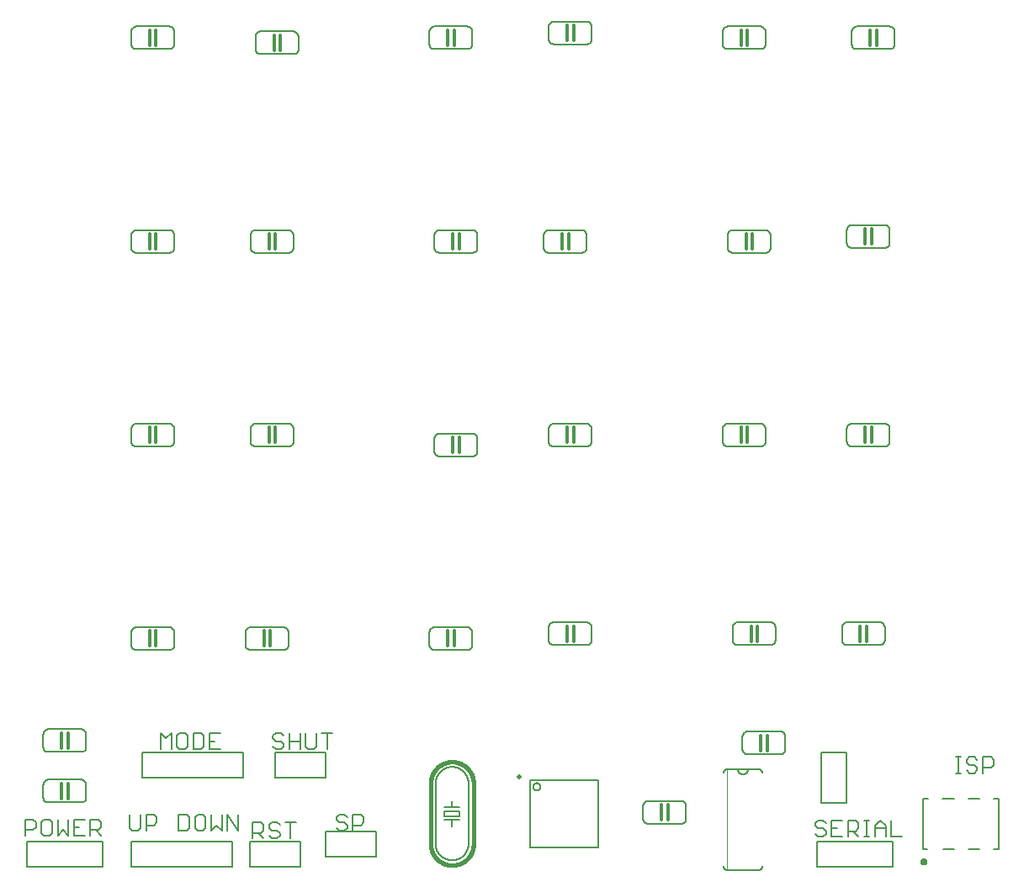
<source format=gto>
G75*
%MOIN*%
%OFA0B0*%
%FSLAX25Y25*%
%IPPOS*%
%LPD*%
%AMOC8*
5,1,8,0,0,1.08239X$1,22.5*
%
%ADD10C,0.00600*%
%ADD11C,0.00500*%
%ADD12C,0.01600*%
%ADD13C,0.02000*%
%ADD14C,0.01200*%
%ADD15C,0.00200*%
D10*
X0068328Y0020520D02*
X0068328Y0026925D01*
X0071531Y0026925D01*
X0072599Y0025858D01*
X0072599Y0023723D01*
X0071531Y0022655D01*
X0068328Y0022655D01*
X0074774Y0021587D02*
X0074774Y0025858D01*
X0075841Y0026925D01*
X0077976Y0026925D01*
X0079044Y0025858D01*
X0079044Y0021587D01*
X0077976Y0020520D01*
X0075841Y0020520D01*
X0074774Y0021587D01*
X0081219Y0020520D02*
X0081219Y0026925D01*
X0085490Y0026925D02*
X0085490Y0020520D01*
X0083354Y0022655D01*
X0081219Y0020520D01*
X0087665Y0020520D02*
X0091935Y0020520D01*
X0094110Y0020520D02*
X0094110Y0026925D01*
X0097313Y0026925D01*
X0098381Y0025858D01*
X0098381Y0023723D01*
X0097313Y0022655D01*
X0094110Y0022655D01*
X0096245Y0022655D02*
X0098381Y0020520D01*
X0091935Y0026925D02*
X0087665Y0026925D01*
X0087665Y0020520D01*
X0087665Y0023723D02*
X0089800Y0023723D01*
X0090528Y0033688D02*
X0077528Y0033688D01*
X0077441Y0033690D01*
X0077354Y0033696D01*
X0077267Y0033705D01*
X0077181Y0033718D01*
X0077095Y0033735D01*
X0077010Y0033756D01*
X0076927Y0033781D01*
X0076844Y0033809D01*
X0076763Y0033840D01*
X0076683Y0033875D01*
X0076605Y0033914D01*
X0076528Y0033956D01*
X0076453Y0034001D01*
X0076381Y0034050D01*
X0076310Y0034101D01*
X0076242Y0034156D01*
X0076177Y0034213D01*
X0076114Y0034274D01*
X0076053Y0034337D01*
X0075996Y0034402D01*
X0075941Y0034470D01*
X0075890Y0034541D01*
X0075841Y0034613D01*
X0075796Y0034688D01*
X0075754Y0034765D01*
X0075715Y0034843D01*
X0075680Y0034923D01*
X0075649Y0035004D01*
X0075621Y0035087D01*
X0075596Y0035170D01*
X0075575Y0035255D01*
X0075558Y0035341D01*
X0075545Y0035427D01*
X0075536Y0035514D01*
X0075530Y0035601D01*
X0075528Y0035688D01*
X0075528Y0040688D01*
X0075530Y0040775D01*
X0075536Y0040862D01*
X0075545Y0040949D01*
X0075558Y0041035D01*
X0075575Y0041121D01*
X0075596Y0041206D01*
X0075621Y0041289D01*
X0075649Y0041372D01*
X0075680Y0041453D01*
X0075715Y0041533D01*
X0075754Y0041611D01*
X0075796Y0041688D01*
X0075841Y0041763D01*
X0075890Y0041835D01*
X0075941Y0041906D01*
X0075996Y0041974D01*
X0076053Y0042039D01*
X0076114Y0042102D01*
X0076177Y0042163D01*
X0076242Y0042220D01*
X0076310Y0042275D01*
X0076381Y0042326D01*
X0076453Y0042375D01*
X0076528Y0042420D01*
X0076605Y0042462D01*
X0076683Y0042501D01*
X0076763Y0042536D01*
X0076844Y0042567D01*
X0076927Y0042595D01*
X0077010Y0042620D01*
X0077095Y0042641D01*
X0077181Y0042658D01*
X0077267Y0042671D01*
X0077354Y0042680D01*
X0077441Y0042686D01*
X0077528Y0042688D01*
X0090528Y0042688D01*
X0090615Y0042686D01*
X0090702Y0042680D01*
X0090789Y0042671D01*
X0090875Y0042658D01*
X0090961Y0042641D01*
X0091046Y0042620D01*
X0091129Y0042595D01*
X0091212Y0042567D01*
X0091293Y0042536D01*
X0091373Y0042501D01*
X0091451Y0042462D01*
X0091528Y0042420D01*
X0091603Y0042375D01*
X0091675Y0042326D01*
X0091746Y0042275D01*
X0091814Y0042220D01*
X0091879Y0042163D01*
X0091942Y0042102D01*
X0092003Y0042039D01*
X0092060Y0041974D01*
X0092115Y0041906D01*
X0092166Y0041835D01*
X0092215Y0041763D01*
X0092260Y0041688D01*
X0092302Y0041611D01*
X0092341Y0041533D01*
X0092376Y0041453D01*
X0092407Y0041372D01*
X0092435Y0041289D01*
X0092460Y0041206D01*
X0092481Y0041121D01*
X0092498Y0041035D01*
X0092511Y0040949D01*
X0092520Y0040862D01*
X0092526Y0040775D01*
X0092528Y0040688D01*
X0092528Y0035688D01*
X0092526Y0035601D01*
X0092520Y0035514D01*
X0092511Y0035427D01*
X0092498Y0035341D01*
X0092481Y0035255D01*
X0092460Y0035170D01*
X0092435Y0035087D01*
X0092407Y0035004D01*
X0092376Y0034923D01*
X0092341Y0034843D01*
X0092302Y0034765D01*
X0092260Y0034688D01*
X0092215Y0034613D01*
X0092166Y0034541D01*
X0092115Y0034470D01*
X0092060Y0034402D01*
X0092003Y0034337D01*
X0091942Y0034274D01*
X0091879Y0034213D01*
X0091814Y0034156D01*
X0091746Y0034101D01*
X0091675Y0034050D01*
X0091603Y0034001D01*
X0091528Y0033956D01*
X0091451Y0033914D01*
X0091373Y0033875D01*
X0091293Y0033840D01*
X0091212Y0033809D01*
X0091129Y0033781D01*
X0091046Y0033756D01*
X0090961Y0033735D01*
X0090875Y0033718D01*
X0090789Y0033705D01*
X0090702Y0033696D01*
X0090615Y0033690D01*
X0090528Y0033688D01*
X0109785Y0028894D02*
X0109785Y0023556D01*
X0110852Y0022488D01*
X0112988Y0022488D01*
X0114055Y0023556D01*
X0114055Y0028894D01*
X0116230Y0028894D02*
X0119433Y0028894D01*
X0120501Y0027826D01*
X0120501Y0025691D01*
X0119433Y0024623D01*
X0116230Y0024623D01*
X0116230Y0022488D02*
X0116230Y0028894D01*
X0129121Y0028894D02*
X0129121Y0022488D01*
X0132324Y0022488D01*
X0133392Y0023556D01*
X0133392Y0027826D01*
X0132324Y0028894D01*
X0129121Y0028894D01*
X0135567Y0027826D02*
X0135567Y0023556D01*
X0136634Y0022488D01*
X0138770Y0022488D01*
X0139837Y0023556D01*
X0139837Y0027826D01*
X0138770Y0028894D01*
X0136634Y0028894D01*
X0135567Y0027826D01*
X0142012Y0028894D02*
X0142012Y0022488D01*
X0144148Y0024623D01*
X0146283Y0022488D01*
X0146283Y0028894D01*
X0148458Y0028894D02*
X0152728Y0022488D01*
X0152728Y0028894D01*
X0148458Y0028894D02*
X0148458Y0022488D01*
X0158486Y0021474D02*
X0161688Y0021474D01*
X0162756Y0022541D01*
X0162756Y0024677D01*
X0161688Y0025744D01*
X0158486Y0025744D01*
X0158486Y0019339D01*
X0160621Y0021474D02*
X0162756Y0019339D01*
X0164931Y0020406D02*
X0165999Y0019339D01*
X0168134Y0019339D01*
X0169202Y0020406D01*
X0169202Y0021474D01*
X0168134Y0022541D01*
X0165999Y0022541D01*
X0164931Y0023609D01*
X0164931Y0024677D01*
X0165999Y0025744D01*
X0168134Y0025744D01*
X0169202Y0024677D01*
X0171377Y0025744D02*
X0175647Y0025744D01*
X0173512Y0025744D02*
X0173512Y0019339D01*
X0191635Y0023556D02*
X0192703Y0022488D01*
X0194838Y0022488D01*
X0195906Y0023556D01*
X0195906Y0024623D01*
X0194838Y0025691D01*
X0192703Y0025691D01*
X0191635Y0026759D01*
X0191635Y0027826D01*
X0192703Y0028894D01*
X0194838Y0028894D01*
X0195906Y0027826D01*
X0198081Y0028894D02*
X0201284Y0028894D01*
X0202351Y0027826D01*
X0202351Y0025691D01*
X0201284Y0024623D01*
X0198081Y0024623D01*
X0198081Y0022488D02*
X0198081Y0028894D01*
X0187989Y0054772D02*
X0187989Y0061177D01*
X0185854Y0061177D02*
X0190124Y0061177D01*
X0183678Y0061177D02*
X0183678Y0055839D01*
X0182611Y0054772D01*
X0180476Y0054772D01*
X0179408Y0055839D01*
X0179408Y0061177D01*
X0177233Y0061177D02*
X0177233Y0054772D01*
X0177233Y0057975D02*
X0172963Y0057975D01*
X0170788Y0056907D02*
X0170788Y0055839D01*
X0169720Y0054772D01*
X0167585Y0054772D01*
X0166517Y0055839D01*
X0167585Y0057975D02*
X0169720Y0057975D01*
X0170788Y0056907D01*
X0172963Y0054772D02*
X0172963Y0061177D01*
X0170788Y0060110D02*
X0169720Y0061177D01*
X0167585Y0061177D01*
X0166517Y0060110D01*
X0166517Y0059042D01*
X0167585Y0057975D01*
X0145596Y0061177D02*
X0141326Y0061177D01*
X0141326Y0054772D01*
X0145596Y0054772D01*
X0143461Y0057975D02*
X0141326Y0057975D01*
X0139151Y0060110D02*
X0138083Y0061177D01*
X0134881Y0061177D01*
X0134881Y0054772D01*
X0138083Y0054772D01*
X0139151Y0055839D01*
X0139151Y0060110D01*
X0132705Y0060110D02*
X0132705Y0055839D01*
X0131638Y0054772D01*
X0129503Y0054772D01*
X0128435Y0055839D01*
X0128435Y0060110D01*
X0129503Y0061177D01*
X0131638Y0061177D01*
X0132705Y0060110D01*
X0126260Y0061177D02*
X0126260Y0054772D01*
X0121990Y0054772D02*
X0121990Y0061177D01*
X0124125Y0059042D01*
X0126260Y0061177D01*
X0092528Y0060688D02*
X0092528Y0055688D01*
X0092526Y0055601D01*
X0092520Y0055514D01*
X0092511Y0055427D01*
X0092498Y0055341D01*
X0092481Y0055255D01*
X0092460Y0055170D01*
X0092435Y0055087D01*
X0092407Y0055004D01*
X0092376Y0054923D01*
X0092341Y0054843D01*
X0092302Y0054765D01*
X0092260Y0054688D01*
X0092215Y0054613D01*
X0092166Y0054541D01*
X0092115Y0054470D01*
X0092060Y0054402D01*
X0092003Y0054337D01*
X0091942Y0054274D01*
X0091879Y0054213D01*
X0091814Y0054156D01*
X0091746Y0054101D01*
X0091675Y0054050D01*
X0091603Y0054001D01*
X0091528Y0053956D01*
X0091451Y0053914D01*
X0091373Y0053875D01*
X0091293Y0053840D01*
X0091212Y0053809D01*
X0091129Y0053781D01*
X0091046Y0053756D01*
X0090961Y0053735D01*
X0090875Y0053718D01*
X0090789Y0053705D01*
X0090702Y0053696D01*
X0090615Y0053690D01*
X0090528Y0053688D01*
X0077528Y0053688D01*
X0077441Y0053690D01*
X0077354Y0053696D01*
X0077267Y0053705D01*
X0077181Y0053718D01*
X0077095Y0053735D01*
X0077010Y0053756D01*
X0076927Y0053781D01*
X0076844Y0053809D01*
X0076763Y0053840D01*
X0076683Y0053875D01*
X0076605Y0053914D01*
X0076528Y0053956D01*
X0076453Y0054001D01*
X0076381Y0054050D01*
X0076310Y0054101D01*
X0076242Y0054156D01*
X0076177Y0054213D01*
X0076114Y0054274D01*
X0076053Y0054337D01*
X0075996Y0054402D01*
X0075941Y0054470D01*
X0075890Y0054541D01*
X0075841Y0054613D01*
X0075796Y0054688D01*
X0075754Y0054765D01*
X0075715Y0054843D01*
X0075680Y0054923D01*
X0075649Y0055004D01*
X0075621Y0055087D01*
X0075596Y0055170D01*
X0075575Y0055255D01*
X0075558Y0055341D01*
X0075545Y0055427D01*
X0075536Y0055514D01*
X0075530Y0055601D01*
X0075528Y0055688D01*
X0075528Y0060688D01*
X0075530Y0060775D01*
X0075536Y0060862D01*
X0075545Y0060949D01*
X0075558Y0061035D01*
X0075575Y0061121D01*
X0075596Y0061206D01*
X0075621Y0061289D01*
X0075649Y0061372D01*
X0075680Y0061453D01*
X0075715Y0061533D01*
X0075754Y0061611D01*
X0075796Y0061688D01*
X0075841Y0061763D01*
X0075890Y0061835D01*
X0075941Y0061906D01*
X0075996Y0061974D01*
X0076053Y0062039D01*
X0076114Y0062102D01*
X0076177Y0062163D01*
X0076242Y0062220D01*
X0076310Y0062275D01*
X0076381Y0062326D01*
X0076453Y0062375D01*
X0076528Y0062420D01*
X0076605Y0062462D01*
X0076683Y0062501D01*
X0076763Y0062536D01*
X0076844Y0062567D01*
X0076927Y0062595D01*
X0077010Y0062620D01*
X0077095Y0062641D01*
X0077181Y0062658D01*
X0077267Y0062671D01*
X0077354Y0062680D01*
X0077441Y0062686D01*
X0077528Y0062688D01*
X0090528Y0062688D01*
X0090615Y0062686D01*
X0090702Y0062680D01*
X0090789Y0062671D01*
X0090875Y0062658D01*
X0090961Y0062641D01*
X0091046Y0062620D01*
X0091129Y0062595D01*
X0091212Y0062567D01*
X0091293Y0062536D01*
X0091373Y0062501D01*
X0091451Y0062462D01*
X0091528Y0062420D01*
X0091603Y0062375D01*
X0091675Y0062326D01*
X0091746Y0062275D01*
X0091814Y0062220D01*
X0091879Y0062163D01*
X0091942Y0062102D01*
X0092003Y0062039D01*
X0092060Y0061974D01*
X0092115Y0061906D01*
X0092166Y0061835D01*
X0092215Y0061763D01*
X0092260Y0061688D01*
X0092302Y0061611D01*
X0092341Y0061533D01*
X0092376Y0061453D01*
X0092407Y0061372D01*
X0092435Y0061289D01*
X0092460Y0061206D01*
X0092481Y0061121D01*
X0092498Y0061035D01*
X0092511Y0060949D01*
X0092520Y0060862D01*
X0092526Y0060775D01*
X0092528Y0060688D01*
X0112394Y0094145D02*
X0125394Y0094145D01*
X0125481Y0094147D01*
X0125568Y0094153D01*
X0125655Y0094162D01*
X0125741Y0094175D01*
X0125827Y0094192D01*
X0125912Y0094213D01*
X0125995Y0094238D01*
X0126078Y0094266D01*
X0126159Y0094297D01*
X0126239Y0094332D01*
X0126317Y0094371D01*
X0126394Y0094413D01*
X0126469Y0094458D01*
X0126541Y0094507D01*
X0126612Y0094558D01*
X0126680Y0094613D01*
X0126745Y0094670D01*
X0126808Y0094731D01*
X0126869Y0094794D01*
X0126926Y0094859D01*
X0126981Y0094927D01*
X0127032Y0094998D01*
X0127081Y0095070D01*
X0127126Y0095145D01*
X0127168Y0095222D01*
X0127207Y0095300D01*
X0127242Y0095380D01*
X0127273Y0095461D01*
X0127301Y0095544D01*
X0127326Y0095627D01*
X0127347Y0095712D01*
X0127364Y0095798D01*
X0127377Y0095884D01*
X0127386Y0095971D01*
X0127392Y0096058D01*
X0127394Y0096145D01*
X0127394Y0101145D01*
X0127392Y0101232D01*
X0127386Y0101319D01*
X0127377Y0101406D01*
X0127364Y0101492D01*
X0127347Y0101578D01*
X0127326Y0101663D01*
X0127301Y0101746D01*
X0127273Y0101829D01*
X0127242Y0101910D01*
X0127207Y0101990D01*
X0127168Y0102068D01*
X0127126Y0102145D01*
X0127081Y0102220D01*
X0127032Y0102292D01*
X0126981Y0102363D01*
X0126926Y0102431D01*
X0126869Y0102496D01*
X0126808Y0102559D01*
X0126745Y0102620D01*
X0126680Y0102677D01*
X0126612Y0102732D01*
X0126541Y0102783D01*
X0126469Y0102832D01*
X0126394Y0102877D01*
X0126317Y0102919D01*
X0126239Y0102958D01*
X0126159Y0102993D01*
X0126078Y0103024D01*
X0125995Y0103052D01*
X0125912Y0103077D01*
X0125827Y0103098D01*
X0125741Y0103115D01*
X0125655Y0103128D01*
X0125568Y0103137D01*
X0125481Y0103143D01*
X0125394Y0103145D01*
X0112394Y0103145D01*
X0112307Y0103143D01*
X0112220Y0103137D01*
X0112133Y0103128D01*
X0112047Y0103115D01*
X0111961Y0103098D01*
X0111876Y0103077D01*
X0111793Y0103052D01*
X0111710Y0103024D01*
X0111629Y0102993D01*
X0111549Y0102958D01*
X0111471Y0102919D01*
X0111394Y0102877D01*
X0111319Y0102832D01*
X0111247Y0102783D01*
X0111176Y0102732D01*
X0111108Y0102677D01*
X0111043Y0102620D01*
X0110980Y0102559D01*
X0110919Y0102496D01*
X0110862Y0102431D01*
X0110807Y0102363D01*
X0110756Y0102292D01*
X0110707Y0102220D01*
X0110662Y0102145D01*
X0110620Y0102068D01*
X0110581Y0101990D01*
X0110546Y0101910D01*
X0110515Y0101829D01*
X0110487Y0101746D01*
X0110462Y0101663D01*
X0110441Y0101578D01*
X0110424Y0101492D01*
X0110411Y0101406D01*
X0110402Y0101319D01*
X0110396Y0101232D01*
X0110394Y0101145D01*
X0110394Y0096145D01*
X0110396Y0096058D01*
X0110402Y0095971D01*
X0110411Y0095884D01*
X0110424Y0095798D01*
X0110441Y0095712D01*
X0110462Y0095627D01*
X0110487Y0095544D01*
X0110515Y0095461D01*
X0110546Y0095380D01*
X0110581Y0095300D01*
X0110620Y0095222D01*
X0110662Y0095145D01*
X0110707Y0095070D01*
X0110756Y0094998D01*
X0110807Y0094927D01*
X0110862Y0094859D01*
X0110919Y0094794D01*
X0110980Y0094731D01*
X0111043Y0094670D01*
X0111108Y0094613D01*
X0111176Y0094558D01*
X0111247Y0094507D01*
X0111319Y0094458D01*
X0111394Y0094413D01*
X0111471Y0094371D01*
X0111549Y0094332D01*
X0111629Y0094297D01*
X0111710Y0094266D01*
X0111793Y0094238D01*
X0111876Y0094213D01*
X0111961Y0094192D01*
X0112047Y0094175D01*
X0112133Y0094162D01*
X0112220Y0094153D01*
X0112307Y0094147D01*
X0112394Y0094145D01*
X0155670Y0096145D02*
X0155670Y0101145D01*
X0155672Y0101232D01*
X0155678Y0101319D01*
X0155687Y0101406D01*
X0155700Y0101492D01*
X0155717Y0101578D01*
X0155738Y0101663D01*
X0155763Y0101746D01*
X0155791Y0101829D01*
X0155822Y0101910D01*
X0155857Y0101990D01*
X0155896Y0102068D01*
X0155938Y0102145D01*
X0155983Y0102220D01*
X0156032Y0102292D01*
X0156083Y0102363D01*
X0156138Y0102431D01*
X0156195Y0102496D01*
X0156256Y0102559D01*
X0156319Y0102620D01*
X0156384Y0102677D01*
X0156452Y0102732D01*
X0156523Y0102783D01*
X0156595Y0102832D01*
X0156670Y0102877D01*
X0156747Y0102919D01*
X0156825Y0102958D01*
X0156905Y0102993D01*
X0156986Y0103024D01*
X0157069Y0103052D01*
X0157152Y0103077D01*
X0157237Y0103098D01*
X0157323Y0103115D01*
X0157409Y0103128D01*
X0157496Y0103137D01*
X0157583Y0103143D01*
X0157670Y0103145D01*
X0170670Y0103145D01*
X0170757Y0103143D01*
X0170844Y0103137D01*
X0170931Y0103128D01*
X0171017Y0103115D01*
X0171103Y0103098D01*
X0171188Y0103077D01*
X0171271Y0103052D01*
X0171354Y0103024D01*
X0171435Y0102993D01*
X0171515Y0102958D01*
X0171593Y0102919D01*
X0171670Y0102877D01*
X0171745Y0102832D01*
X0171817Y0102783D01*
X0171888Y0102732D01*
X0171956Y0102677D01*
X0172021Y0102620D01*
X0172084Y0102559D01*
X0172145Y0102496D01*
X0172202Y0102431D01*
X0172257Y0102363D01*
X0172308Y0102292D01*
X0172357Y0102220D01*
X0172402Y0102145D01*
X0172444Y0102068D01*
X0172483Y0101990D01*
X0172518Y0101910D01*
X0172549Y0101829D01*
X0172577Y0101746D01*
X0172602Y0101663D01*
X0172623Y0101578D01*
X0172640Y0101492D01*
X0172653Y0101406D01*
X0172662Y0101319D01*
X0172668Y0101232D01*
X0172670Y0101145D01*
X0172670Y0096145D01*
X0172668Y0096058D01*
X0172662Y0095971D01*
X0172653Y0095884D01*
X0172640Y0095798D01*
X0172623Y0095712D01*
X0172602Y0095627D01*
X0172577Y0095544D01*
X0172549Y0095461D01*
X0172518Y0095380D01*
X0172483Y0095300D01*
X0172444Y0095222D01*
X0172402Y0095145D01*
X0172357Y0095070D01*
X0172308Y0094998D01*
X0172257Y0094927D01*
X0172202Y0094859D01*
X0172145Y0094794D01*
X0172084Y0094731D01*
X0172021Y0094670D01*
X0171956Y0094613D01*
X0171888Y0094558D01*
X0171817Y0094507D01*
X0171745Y0094458D01*
X0171670Y0094413D01*
X0171593Y0094371D01*
X0171515Y0094332D01*
X0171435Y0094297D01*
X0171354Y0094266D01*
X0171271Y0094238D01*
X0171188Y0094213D01*
X0171103Y0094192D01*
X0171017Y0094175D01*
X0170931Y0094162D01*
X0170844Y0094153D01*
X0170757Y0094147D01*
X0170670Y0094145D01*
X0157670Y0094145D01*
X0157583Y0094147D01*
X0157496Y0094153D01*
X0157409Y0094162D01*
X0157323Y0094175D01*
X0157237Y0094192D01*
X0157152Y0094213D01*
X0157069Y0094238D01*
X0156986Y0094266D01*
X0156905Y0094297D01*
X0156825Y0094332D01*
X0156747Y0094371D01*
X0156670Y0094413D01*
X0156595Y0094458D01*
X0156523Y0094507D01*
X0156452Y0094558D01*
X0156384Y0094613D01*
X0156319Y0094670D01*
X0156256Y0094731D01*
X0156195Y0094794D01*
X0156138Y0094859D01*
X0156083Y0094927D01*
X0156032Y0094998D01*
X0155983Y0095070D01*
X0155938Y0095145D01*
X0155896Y0095222D01*
X0155857Y0095300D01*
X0155822Y0095380D01*
X0155791Y0095461D01*
X0155763Y0095544D01*
X0155738Y0095627D01*
X0155717Y0095712D01*
X0155700Y0095798D01*
X0155687Y0095884D01*
X0155678Y0095971D01*
X0155672Y0096058D01*
X0155670Y0096145D01*
X0228505Y0096145D02*
X0228505Y0101145D01*
X0228507Y0101232D01*
X0228513Y0101319D01*
X0228522Y0101406D01*
X0228535Y0101492D01*
X0228552Y0101578D01*
X0228573Y0101663D01*
X0228598Y0101746D01*
X0228626Y0101829D01*
X0228657Y0101910D01*
X0228692Y0101990D01*
X0228731Y0102068D01*
X0228773Y0102145D01*
X0228818Y0102220D01*
X0228867Y0102292D01*
X0228918Y0102363D01*
X0228973Y0102431D01*
X0229030Y0102496D01*
X0229091Y0102559D01*
X0229154Y0102620D01*
X0229219Y0102677D01*
X0229287Y0102732D01*
X0229358Y0102783D01*
X0229430Y0102832D01*
X0229505Y0102877D01*
X0229582Y0102919D01*
X0229660Y0102958D01*
X0229740Y0102993D01*
X0229821Y0103024D01*
X0229904Y0103052D01*
X0229987Y0103077D01*
X0230072Y0103098D01*
X0230158Y0103115D01*
X0230244Y0103128D01*
X0230331Y0103137D01*
X0230418Y0103143D01*
X0230505Y0103145D01*
X0243505Y0103145D01*
X0243592Y0103143D01*
X0243679Y0103137D01*
X0243766Y0103128D01*
X0243852Y0103115D01*
X0243938Y0103098D01*
X0244023Y0103077D01*
X0244106Y0103052D01*
X0244189Y0103024D01*
X0244270Y0102993D01*
X0244350Y0102958D01*
X0244428Y0102919D01*
X0244505Y0102877D01*
X0244580Y0102832D01*
X0244652Y0102783D01*
X0244723Y0102732D01*
X0244791Y0102677D01*
X0244856Y0102620D01*
X0244919Y0102559D01*
X0244980Y0102496D01*
X0245037Y0102431D01*
X0245092Y0102363D01*
X0245143Y0102292D01*
X0245192Y0102220D01*
X0245237Y0102145D01*
X0245279Y0102068D01*
X0245318Y0101990D01*
X0245353Y0101910D01*
X0245384Y0101829D01*
X0245412Y0101746D01*
X0245437Y0101663D01*
X0245458Y0101578D01*
X0245475Y0101492D01*
X0245488Y0101406D01*
X0245497Y0101319D01*
X0245503Y0101232D01*
X0245505Y0101145D01*
X0245505Y0096145D01*
X0245503Y0096058D01*
X0245497Y0095971D01*
X0245488Y0095884D01*
X0245475Y0095798D01*
X0245458Y0095712D01*
X0245437Y0095627D01*
X0245412Y0095544D01*
X0245384Y0095461D01*
X0245353Y0095380D01*
X0245318Y0095300D01*
X0245279Y0095222D01*
X0245237Y0095145D01*
X0245192Y0095070D01*
X0245143Y0094998D01*
X0245092Y0094927D01*
X0245037Y0094859D01*
X0244980Y0094794D01*
X0244919Y0094731D01*
X0244856Y0094670D01*
X0244791Y0094613D01*
X0244723Y0094558D01*
X0244652Y0094507D01*
X0244580Y0094458D01*
X0244505Y0094413D01*
X0244428Y0094371D01*
X0244350Y0094332D01*
X0244270Y0094297D01*
X0244189Y0094266D01*
X0244106Y0094238D01*
X0244023Y0094213D01*
X0243938Y0094192D01*
X0243852Y0094175D01*
X0243766Y0094162D01*
X0243679Y0094153D01*
X0243592Y0094147D01*
X0243505Y0094145D01*
X0230505Y0094145D01*
X0230418Y0094147D01*
X0230331Y0094153D01*
X0230244Y0094162D01*
X0230158Y0094175D01*
X0230072Y0094192D01*
X0229987Y0094213D01*
X0229904Y0094238D01*
X0229821Y0094266D01*
X0229740Y0094297D01*
X0229660Y0094332D01*
X0229582Y0094371D01*
X0229505Y0094413D01*
X0229430Y0094458D01*
X0229358Y0094507D01*
X0229287Y0094558D01*
X0229219Y0094613D01*
X0229154Y0094670D01*
X0229091Y0094731D01*
X0229030Y0094794D01*
X0228973Y0094859D01*
X0228918Y0094927D01*
X0228867Y0094998D01*
X0228818Y0095070D01*
X0228773Y0095145D01*
X0228731Y0095222D01*
X0228692Y0095300D01*
X0228657Y0095380D01*
X0228626Y0095461D01*
X0228598Y0095544D01*
X0228573Y0095627D01*
X0228552Y0095712D01*
X0228535Y0095798D01*
X0228522Y0095884D01*
X0228513Y0095971D01*
X0228507Y0096058D01*
X0228505Y0096145D01*
X0275749Y0098114D02*
X0275749Y0103114D01*
X0275751Y0103201D01*
X0275757Y0103288D01*
X0275766Y0103375D01*
X0275779Y0103461D01*
X0275796Y0103547D01*
X0275817Y0103632D01*
X0275842Y0103715D01*
X0275870Y0103798D01*
X0275901Y0103879D01*
X0275936Y0103959D01*
X0275975Y0104037D01*
X0276017Y0104114D01*
X0276062Y0104189D01*
X0276111Y0104261D01*
X0276162Y0104332D01*
X0276217Y0104400D01*
X0276274Y0104465D01*
X0276335Y0104528D01*
X0276398Y0104589D01*
X0276463Y0104646D01*
X0276531Y0104701D01*
X0276602Y0104752D01*
X0276674Y0104801D01*
X0276749Y0104846D01*
X0276826Y0104888D01*
X0276904Y0104927D01*
X0276984Y0104962D01*
X0277065Y0104993D01*
X0277148Y0105021D01*
X0277231Y0105046D01*
X0277316Y0105067D01*
X0277402Y0105084D01*
X0277488Y0105097D01*
X0277575Y0105106D01*
X0277662Y0105112D01*
X0277749Y0105114D01*
X0290749Y0105114D01*
X0290836Y0105112D01*
X0290923Y0105106D01*
X0291010Y0105097D01*
X0291096Y0105084D01*
X0291182Y0105067D01*
X0291267Y0105046D01*
X0291350Y0105021D01*
X0291433Y0104993D01*
X0291514Y0104962D01*
X0291594Y0104927D01*
X0291672Y0104888D01*
X0291749Y0104846D01*
X0291824Y0104801D01*
X0291896Y0104752D01*
X0291967Y0104701D01*
X0292035Y0104646D01*
X0292100Y0104589D01*
X0292163Y0104528D01*
X0292224Y0104465D01*
X0292281Y0104400D01*
X0292336Y0104332D01*
X0292387Y0104261D01*
X0292436Y0104189D01*
X0292481Y0104114D01*
X0292523Y0104037D01*
X0292562Y0103959D01*
X0292597Y0103879D01*
X0292628Y0103798D01*
X0292656Y0103715D01*
X0292681Y0103632D01*
X0292702Y0103547D01*
X0292719Y0103461D01*
X0292732Y0103375D01*
X0292741Y0103288D01*
X0292747Y0103201D01*
X0292749Y0103114D01*
X0292749Y0098114D01*
X0292747Y0098027D01*
X0292741Y0097940D01*
X0292732Y0097853D01*
X0292719Y0097767D01*
X0292702Y0097681D01*
X0292681Y0097596D01*
X0292656Y0097513D01*
X0292628Y0097430D01*
X0292597Y0097349D01*
X0292562Y0097269D01*
X0292523Y0097191D01*
X0292481Y0097114D01*
X0292436Y0097039D01*
X0292387Y0096967D01*
X0292336Y0096896D01*
X0292281Y0096828D01*
X0292224Y0096763D01*
X0292163Y0096700D01*
X0292100Y0096639D01*
X0292035Y0096582D01*
X0291967Y0096527D01*
X0291896Y0096476D01*
X0291824Y0096427D01*
X0291749Y0096382D01*
X0291672Y0096340D01*
X0291594Y0096301D01*
X0291514Y0096266D01*
X0291433Y0096235D01*
X0291350Y0096207D01*
X0291267Y0096182D01*
X0291182Y0096161D01*
X0291096Y0096144D01*
X0291010Y0096131D01*
X0290923Y0096122D01*
X0290836Y0096116D01*
X0290749Y0096114D01*
X0277749Y0096114D01*
X0277662Y0096116D01*
X0277575Y0096122D01*
X0277488Y0096131D01*
X0277402Y0096144D01*
X0277316Y0096161D01*
X0277231Y0096182D01*
X0277148Y0096207D01*
X0277065Y0096235D01*
X0276984Y0096266D01*
X0276904Y0096301D01*
X0276826Y0096340D01*
X0276749Y0096382D01*
X0276674Y0096427D01*
X0276602Y0096476D01*
X0276531Y0096527D01*
X0276463Y0096582D01*
X0276398Y0096639D01*
X0276335Y0096700D01*
X0276274Y0096763D01*
X0276217Y0096828D01*
X0276162Y0096896D01*
X0276111Y0096967D01*
X0276062Y0097039D01*
X0276017Y0097114D01*
X0275975Y0097191D01*
X0275936Y0097269D01*
X0275901Y0097349D01*
X0275870Y0097430D01*
X0275842Y0097513D01*
X0275817Y0097596D01*
X0275796Y0097681D01*
X0275779Y0097767D01*
X0275766Y0097853D01*
X0275757Y0097940D01*
X0275751Y0098027D01*
X0275749Y0098114D01*
X0268438Y0042519D02*
X0295209Y0042519D01*
X0295209Y0015747D01*
X0268438Y0015747D01*
X0268438Y0042519D01*
X0269609Y0039933D02*
X0269611Y0040008D01*
X0269617Y0040082D01*
X0269627Y0040156D01*
X0269640Y0040229D01*
X0269658Y0040302D01*
X0269679Y0040373D01*
X0269704Y0040444D01*
X0269733Y0040513D01*
X0269766Y0040580D01*
X0269802Y0040645D01*
X0269841Y0040709D01*
X0269883Y0040770D01*
X0269929Y0040829D01*
X0269978Y0040886D01*
X0270030Y0040939D01*
X0270084Y0040990D01*
X0270141Y0041039D01*
X0270201Y0041083D01*
X0270263Y0041125D01*
X0270327Y0041164D01*
X0270393Y0041199D01*
X0270460Y0041230D01*
X0270530Y0041258D01*
X0270600Y0041282D01*
X0270672Y0041303D01*
X0270745Y0041319D01*
X0270818Y0041332D01*
X0270893Y0041341D01*
X0270967Y0041346D01*
X0271042Y0041347D01*
X0271116Y0041344D01*
X0271191Y0041337D01*
X0271264Y0041326D01*
X0271338Y0041312D01*
X0271410Y0041293D01*
X0271481Y0041271D01*
X0271551Y0041245D01*
X0271620Y0041215D01*
X0271686Y0041182D01*
X0271751Y0041145D01*
X0271814Y0041105D01*
X0271875Y0041061D01*
X0271933Y0041015D01*
X0271989Y0040965D01*
X0272042Y0040913D01*
X0272093Y0040858D01*
X0272140Y0040800D01*
X0272184Y0040740D01*
X0272225Y0040677D01*
X0272263Y0040613D01*
X0272297Y0040547D01*
X0272328Y0040478D01*
X0272355Y0040409D01*
X0272378Y0040338D01*
X0272397Y0040266D01*
X0272413Y0040193D01*
X0272425Y0040119D01*
X0272433Y0040045D01*
X0272437Y0039970D01*
X0272437Y0039896D01*
X0272433Y0039821D01*
X0272425Y0039747D01*
X0272413Y0039673D01*
X0272397Y0039600D01*
X0272378Y0039528D01*
X0272355Y0039457D01*
X0272328Y0039388D01*
X0272297Y0039319D01*
X0272263Y0039253D01*
X0272225Y0039189D01*
X0272184Y0039126D01*
X0272140Y0039066D01*
X0272093Y0039008D01*
X0272042Y0038953D01*
X0271989Y0038901D01*
X0271933Y0038851D01*
X0271875Y0038805D01*
X0271814Y0038761D01*
X0271751Y0038721D01*
X0271686Y0038684D01*
X0271620Y0038651D01*
X0271551Y0038621D01*
X0271481Y0038595D01*
X0271410Y0038573D01*
X0271338Y0038554D01*
X0271264Y0038540D01*
X0271191Y0038529D01*
X0271116Y0038522D01*
X0271042Y0038519D01*
X0270967Y0038520D01*
X0270893Y0038525D01*
X0270818Y0038534D01*
X0270745Y0038547D01*
X0270672Y0038563D01*
X0270600Y0038584D01*
X0270530Y0038608D01*
X0270460Y0038636D01*
X0270393Y0038667D01*
X0270327Y0038702D01*
X0270263Y0038741D01*
X0270201Y0038783D01*
X0270141Y0038827D01*
X0270084Y0038876D01*
X0270030Y0038927D01*
X0269978Y0038980D01*
X0269929Y0039037D01*
X0269883Y0039096D01*
X0269841Y0039157D01*
X0269802Y0039221D01*
X0269766Y0039286D01*
X0269733Y0039353D01*
X0269704Y0039422D01*
X0269679Y0039493D01*
X0269658Y0039564D01*
X0269640Y0039637D01*
X0269627Y0039710D01*
X0269617Y0039784D01*
X0269611Y0039858D01*
X0269609Y0039933D01*
X0243953Y0041259D02*
X0243953Y0017259D01*
X0243951Y0017099D01*
X0243945Y0016940D01*
X0243935Y0016781D01*
X0243922Y0016622D01*
X0243904Y0016463D01*
X0243883Y0016305D01*
X0243857Y0016148D01*
X0243828Y0015991D01*
X0243795Y0015835D01*
X0243758Y0015680D01*
X0243718Y0015525D01*
X0243673Y0015372D01*
X0243625Y0015220D01*
X0243573Y0015069D01*
X0243517Y0014920D01*
X0243458Y0014772D01*
X0243395Y0014625D01*
X0243329Y0014480D01*
X0243259Y0014337D01*
X0243185Y0014195D01*
X0243109Y0014055D01*
X0243028Y0013917D01*
X0242945Y0013782D01*
X0242858Y0013648D01*
X0242767Y0013516D01*
X0242674Y0013387D01*
X0242577Y0013260D01*
X0242478Y0013135D01*
X0242375Y0013013D01*
X0242269Y0012894D01*
X0242161Y0012777D01*
X0242049Y0012663D01*
X0241935Y0012551D01*
X0241818Y0012443D01*
X0241699Y0012337D01*
X0241577Y0012234D01*
X0241452Y0012135D01*
X0241325Y0012038D01*
X0241196Y0011945D01*
X0241064Y0011854D01*
X0240930Y0011767D01*
X0240795Y0011684D01*
X0240657Y0011603D01*
X0240517Y0011527D01*
X0240375Y0011453D01*
X0240232Y0011383D01*
X0240087Y0011317D01*
X0239940Y0011254D01*
X0239792Y0011195D01*
X0239643Y0011139D01*
X0239492Y0011087D01*
X0239340Y0011039D01*
X0239187Y0010994D01*
X0239032Y0010954D01*
X0238877Y0010917D01*
X0238721Y0010884D01*
X0238564Y0010855D01*
X0238407Y0010829D01*
X0238249Y0010808D01*
X0238090Y0010790D01*
X0237931Y0010777D01*
X0237772Y0010767D01*
X0237613Y0010761D01*
X0237453Y0010759D01*
X0237293Y0010761D01*
X0237134Y0010767D01*
X0236975Y0010777D01*
X0236816Y0010790D01*
X0236657Y0010808D01*
X0236499Y0010829D01*
X0236342Y0010855D01*
X0236185Y0010884D01*
X0236029Y0010917D01*
X0235874Y0010954D01*
X0235719Y0010994D01*
X0235566Y0011039D01*
X0235414Y0011087D01*
X0235263Y0011139D01*
X0235114Y0011195D01*
X0234966Y0011254D01*
X0234819Y0011317D01*
X0234674Y0011383D01*
X0234531Y0011453D01*
X0234389Y0011527D01*
X0234249Y0011603D01*
X0234111Y0011684D01*
X0233976Y0011767D01*
X0233842Y0011854D01*
X0233710Y0011945D01*
X0233581Y0012038D01*
X0233454Y0012135D01*
X0233329Y0012234D01*
X0233207Y0012337D01*
X0233088Y0012443D01*
X0232971Y0012551D01*
X0232857Y0012663D01*
X0232745Y0012777D01*
X0232637Y0012894D01*
X0232531Y0013013D01*
X0232428Y0013135D01*
X0232329Y0013260D01*
X0232232Y0013387D01*
X0232139Y0013516D01*
X0232048Y0013648D01*
X0231961Y0013782D01*
X0231878Y0013917D01*
X0231797Y0014055D01*
X0231721Y0014195D01*
X0231647Y0014337D01*
X0231577Y0014480D01*
X0231511Y0014625D01*
X0231448Y0014772D01*
X0231389Y0014920D01*
X0231333Y0015069D01*
X0231281Y0015220D01*
X0231233Y0015372D01*
X0231188Y0015525D01*
X0231148Y0015680D01*
X0231111Y0015835D01*
X0231078Y0015991D01*
X0231049Y0016148D01*
X0231023Y0016305D01*
X0231002Y0016463D01*
X0230984Y0016622D01*
X0230971Y0016781D01*
X0230961Y0016940D01*
X0230955Y0017099D01*
X0230953Y0017259D01*
X0230953Y0041259D01*
X0230955Y0041419D01*
X0230961Y0041578D01*
X0230971Y0041737D01*
X0230984Y0041896D01*
X0231002Y0042055D01*
X0231023Y0042213D01*
X0231049Y0042370D01*
X0231078Y0042527D01*
X0231111Y0042683D01*
X0231148Y0042838D01*
X0231188Y0042993D01*
X0231233Y0043146D01*
X0231281Y0043298D01*
X0231333Y0043449D01*
X0231389Y0043598D01*
X0231448Y0043746D01*
X0231511Y0043893D01*
X0231577Y0044038D01*
X0231647Y0044181D01*
X0231721Y0044323D01*
X0231797Y0044463D01*
X0231878Y0044601D01*
X0231961Y0044736D01*
X0232048Y0044870D01*
X0232139Y0045002D01*
X0232232Y0045131D01*
X0232329Y0045258D01*
X0232428Y0045383D01*
X0232531Y0045505D01*
X0232637Y0045624D01*
X0232745Y0045741D01*
X0232857Y0045855D01*
X0232971Y0045967D01*
X0233088Y0046075D01*
X0233207Y0046181D01*
X0233329Y0046284D01*
X0233454Y0046383D01*
X0233581Y0046480D01*
X0233710Y0046573D01*
X0233842Y0046664D01*
X0233976Y0046751D01*
X0234111Y0046834D01*
X0234249Y0046915D01*
X0234389Y0046991D01*
X0234531Y0047065D01*
X0234674Y0047135D01*
X0234819Y0047201D01*
X0234966Y0047264D01*
X0235114Y0047323D01*
X0235263Y0047379D01*
X0235414Y0047431D01*
X0235566Y0047479D01*
X0235719Y0047524D01*
X0235874Y0047564D01*
X0236029Y0047601D01*
X0236185Y0047634D01*
X0236342Y0047663D01*
X0236499Y0047689D01*
X0236657Y0047710D01*
X0236816Y0047728D01*
X0236975Y0047741D01*
X0237134Y0047751D01*
X0237293Y0047757D01*
X0237453Y0047759D01*
X0237613Y0047757D01*
X0237772Y0047751D01*
X0237931Y0047741D01*
X0238090Y0047728D01*
X0238249Y0047710D01*
X0238407Y0047689D01*
X0238564Y0047663D01*
X0238721Y0047634D01*
X0238877Y0047601D01*
X0239032Y0047564D01*
X0239187Y0047524D01*
X0239340Y0047479D01*
X0239492Y0047431D01*
X0239643Y0047379D01*
X0239792Y0047323D01*
X0239940Y0047264D01*
X0240087Y0047201D01*
X0240232Y0047135D01*
X0240375Y0047065D01*
X0240517Y0046991D01*
X0240657Y0046915D01*
X0240795Y0046834D01*
X0240930Y0046751D01*
X0241064Y0046664D01*
X0241196Y0046573D01*
X0241325Y0046480D01*
X0241452Y0046383D01*
X0241577Y0046284D01*
X0241699Y0046181D01*
X0241818Y0046075D01*
X0241935Y0045967D01*
X0242049Y0045855D01*
X0242161Y0045741D01*
X0242269Y0045624D01*
X0242375Y0045505D01*
X0242478Y0045383D01*
X0242577Y0045258D01*
X0242674Y0045131D01*
X0242767Y0045002D01*
X0242858Y0044870D01*
X0242945Y0044736D01*
X0243028Y0044601D01*
X0243109Y0044463D01*
X0243185Y0044323D01*
X0243259Y0044181D01*
X0243329Y0044038D01*
X0243395Y0043893D01*
X0243458Y0043746D01*
X0243517Y0043598D01*
X0243573Y0043449D01*
X0243625Y0043298D01*
X0243673Y0043146D01*
X0243718Y0042993D01*
X0243758Y0042838D01*
X0243795Y0042683D01*
X0243828Y0042527D01*
X0243857Y0042370D01*
X0243883Y0042213D01*
X0243904Y0042055D01*
X0243922Y0041896D01*
X0243935Y0041737D01*
X0243945Y0041578D01*
X0243951Y0041419D01*
X0243953Y0041259D01*
X0237453Y0034259D02*
X0237453Y0031759D01*
X0240453Y0031759D01*
X0240453Y0030259D02*
X0240453Y0028259D01*
X0234453Y0028259D01*
X0234453Y0030259D01*
X0240453Y0030259D01*
X0237453Y0031759D02*
X0234453Y0031759D01*
X0234453Y0026759D02*
X0237453Y0026759D01*
X0237453Y0024259D01*
X0237453Y0026759D02*
X0240453Y0026759D01*
X0313150Y0027247D02*
X0313150Y0032247D01*
X0313152Y0032334D01*
X0313158Y0032421D01*
X0313167Y0032508D01*
X0313180Y0032594D01*
X0313197Y0032680D01*
X0313218Y0032765D01*
X0313243Y0032848D01*
X0313271Y0032931D01*
X0313302Y0033012D01*
X0313337Y0033092D01*
X0313376Y0033170D01*
X0313418Y0033247D01*
X0313463Y0033322D01*
X0313512Y0033394D01*
X0313563Y0033465D01*
X0313618Y0033533D01*
X0313675Y0033598D01*
X0313736Y0033661D01*
X0313799Y0033722D01*
X0313864Y0033779D01*
X0313932Y0033834D01*
X0314003Y0033885D01*
X0314075Y0033934D01*
X0314150Y0033979D01*
X0314227Y0034021D01*
X0314305Y0034060D01*
X0314385Y0034095D01*
X0314466Y0034126D01*
X0314549Y0034154D01*
X0314632Y0034179D01*
X0314717Y0034200D01*
X0314803Y0034217D01*
X0314889Y0034230D01*
X0314976Y0034239D01*
X0315063Y0034245D01*
X0315150Y0034247D01*
X0328150Y0034247D01*
X0328237Y0034245D01*
X0328324Y0034239D01*
X0328411Y0034230D01*
X0328497Y0034217D01*
X0328583Y0034200D01*
X0328668Y0034179D01*
X0328751Y0034154D01*
X0328834Y0034126D01*
X0328915Y0034095D01*
X0328995Y0034060D01*
X0329073Y0034021D01*
X0329150Y0033979D01*
X0329225Y0033934D01*
X0329297Y0033885D01*
X0329368Y0033834D01*
X0329436Y0033779D01*
X0329501Y0033722D01*
X0329564Y0033661D01*
X0329625Y0033598D01*
X0329682Y0033533D01*
X0329737Y0033465D01*
X0329788Y0033394D01*
X0329837Y0033322D01*
X0329882Y0033247D01*
X0329924Y0033170D01*
X0329963Y0033092D01*
X0329998Y0033012D01*
X0330029Y0032931D01*
X0330057Y0032848D01*
X0330082Y0032765D01*
X0330103Y0032680D01*
X0330120Y0032594D01*
X0330133Y0032508D01*
X0330142Y0032421D01*
X0330148Y0032334D01*
X0330150Y0032247D01*
X0330150Y0027247D01*
X0330148Y0027160D01*
X0330142Y0027073D01*
X0330133Y0026986D01*
X0330120Y0026900D01*
X0330103Y0026814D01*
X0330082Y0026729D01*
X0330057Y0026646D01*
X0330029Y0026563D01*
X0329998Y0026482D01*
X0329963Y0026402D01*
X0329924Y0026324D01*
X0329882Y0026247D01*
X0329837Y0026172D01*
X0329788Y0026100D01*
X0329737Y0026029D01*
X0329682Y0025961D01*
X0329625Y0025896D01*
X0329564Y0025833D01*
X0329501Y0025772D01*
X0329436Y0025715D01*
X0329368Y0025660D01*
X0329297Y0025609D01*
X0329225Y0025560D01*
X0329150Y0025515D01*
X0329073Y0025473D01*
X0328995Y0025434D01*
X0328915Y0025399D01*
X0328834Y0025368D01*
X0328751Y0025340D01*
X0328668Y0025315D01*
X0328583Y0025294D01*
X0328497Y0025277D01*
X0328411Y0025264D01*
X0328324Y0025255D01*
X0328237Y0025249D01*
X0328150Y0025247D01*
X0315150Y0025247D01*
X0315063Y0025249D01*
X0314976Y0025255D01*
X0314889Y0025264D01*
X0314803Y0025277D01*
X0314717Y0025294D01*
X0314632Y0025315D01*
X0314549Y0025340D01*
X0314466Y0025368D01*
X0314385Y0025399D01*
X0314305Y0025434D01*
X0314227Y0025473D01*
X0314150Y0025515D01*
X0314075Y0025560D01*
X0314003Y0025609D01*
X0313932Y0025660D01*
X0313864Y0025715D01*
X0313799Y0025772D01*
X0313736Y0025833D01*
X0313675Y0025896D01*
X0313618Y0025961D01*
X0313563Y0026029D01*
X0313512Y0026100D01*
X0313463Y0026172D01*
X0313418Y0026247D01*
X0313376Y0026324D01*
X0313337Y0026402D01*
X0313302Y0026482D01*
X0313271Y0026563D01*
X0313243Y0026646D01*
X0313218Y0026729D01*
X0313197Y0026814D01*
X0313180Y0026900D01*
X0313167Y0026986D01*
X0313158Y0027073D01*
X0313152Y0027160D01*
X0313150Y0027247D01*
X0344974Y0045373D02*
X0344976Y0045449D01*
X0344982Y0045525D01*
X0344991Y0045600D01*
X0345005Y0045675D01*
X0345022Y0045749D01*
X0345043Y0045822D01*
X0345067Y0045894D01*
X0345096Y0045965D01*
X0345127Y0046034D01*
X0345162Y0046101D01*
X0345201Y0046166D01*
X0345243Y0046230D01*
X0345288Y0046291D01*
X0345336Y0046350D01*
X0345387Y0046406D01*
X0345441Y0046460D01*
X0345497Y0046511D01*
X0345556Y0046559D01*
X0345617Y0046604D01*
X0345681Y0046646D01*
X0345746Y0046685D01*
X0345813Y0046720D01*
X0345882Y0046751D01*
X0345953Y0046780D01*
X0346025Y0046804D01*
X0346098Y0046825D01*
X0346172Y0046842D01*
X0346247Y0046856D01*
X0346322Y0046865D01*
X0346398Y0046871D01*
X0346474Y0046873D01*
X0358874Y0046873D01*
X0358950Y0046871D01*
X0359026Y0046865D01*
X0359101Y0046856D01*
X0359176Y0046842D01*
X0359250Y0046825D01*
X0359323Y0046804D01*
X0359395Y0046780D01*
X0359466Y0046751D01*
X0359535Y0046720D01*
X0359602Y0046685D01*
X0359667Y0046646D01*
X0359731Y0046604D01*
X0359792Y0046559D01*
X0359851Y0046511D01*
X0359907Y0046460D01*
X0359961Y0046406D01*
X0360012Y0046350D01*
X0360060Y0046291D01*
X0360105Y0046230D01*
X0360147Y0046166D01*
X0360186Y0046101D01*
X0360221Y0046034D01*
X0360252Y0045965D01*
X0360281Y0045894D01*
X0360305Y0045822D01*
X0360326Y0045749D01*
X0360343Y0045675D01*
X0360357Y0045600D01*
X0360366Y0045525D01*
X0360372Y0045449D01*
X0360374Y0045373D01*
X0354674Y0046873D02*
X0354672Y0046785D01*
X0354666Y0046696D01*
X0354656Y0046608D01*
X0354643Y0046521D01*
X0354625Y0046434D01*
X0354604Y0046348D01*
X0354579Y0046263D01*
X0354550Y0046180D01*
X0354517Y0046097D01*
X0354481Y0046017D01*
X0354442Y0045938D01*
X0354399Y0045860D01*
X0354352Y0045785D01*
X0354302Y0045712D01*
X0354249Y0045641D01*
X0354193Y0045572D01*
X0354134Y0045506D01*
X0354072Y0045443D01*
X0354008Y0045383D01*
X0353941Y0045325D01*
X0353871Y0045271D01*
X0353799Y0045219D01*
X0353725Y0045171D01*
X0353648Y0045126D01*
X0353570Y0045085D01*
X0353490Y0045047D01*
X0353409Y0045013D01*
X0353326Y0044982D01*
X0353241Y0044955D01*
X0353156Y0044932D01*
X0353070Y0044913D01*
X0352982Y0044897D01*
X0352895Y0044885D01*
X0352807Y0044877D01*
X0352718Y0044873D01*
X0352630Y0044873D01*
X0352541Y0044877D01*
X0352453Y0044885D01*
X0352366Y0044897D01*
X0352278Y0044913D01*
X0352192Y0044932D01*
X0352107Y0044955D01*
X0352022Y0044982D01*
X0351939Y0045013D01*
X0351858Y0045047D01*
X0351778Y0045085D01*
X0351700Y0045126D01*
X0351623Y0045171D01*
X0351549Y0045219D01*
X0351477Y0045271D01*
X0351407Y0045325D01*
X0351340Y0045383D01*
X0351276Y0045443D01*
X0351214Y0045506D01*
X0351155Y0045572D01*
X0351099Y0045641D01*
X0351046Y0045712D01*
X0350996Y0045785D01*
X0350949Y0045860D01*
X0350906Y0045938D01*
X0350867Y0046017D01*
X0350831Y0046097D01*
X0350798Y0046180D01*
X0350769Y0046263D01*
X0350744Y0046348D01*
X0350723Y0046434D01*
X0350705Y0046521D01*
X0350692Y0046608D01*
X0350682Y0046696D01*
X0350676Y0046785D01*
X0350674Y0046873D01*
X0354520Y0052806D02*
X0367520Y0052806D01*
X0367607Y0052808D01*
X0367694Y0052814D01*
X0367781Y0052823D01*
X0367867Y0052836D01*
X0367953Y0052853D01*
X0368038Y0052874D01*
X0368121Y0052899D01*
X0368204Y0052927D01*
X0368285Y0052958D01*
X0368365Y0052993D01*
X0368443Y0053032D01*
X0368520Y0053074D01*
X0368595Y0053119D01*
X0368667Y0053168D01*
X0368738Y0053219D01*
X0368806Y0053274D01*
X0368871Y0053331D01*
X0368934Y0053392D01*
X0368995Y0053455D01*
X0369052Y0053520D01*
X0369107Y0053588D01*
X0369158Y0053659D01*
X0369207Y0053731D01*
X0369252Y0053806D01*
X0369294Y0053883D01*
X0369333Y0053961D01*
X0369368Y0054041D01*
X0369399Y0054122D01*
X0369427Y0054205D01*
X0369452Y0054288D01*
X0369473Y0054373D01*
X0369490Y0054459D01*
X0369503Y0054545D01*
X0369512Y0054632D01*
X0369518Y0054719D01*
X0369520Y0054806D01*
X0369520Y0059806D01*
X0369518Y0059893D01*
X0369512Y0059980D01*
X0369503Y0060067D01*
X0369490Y0060153D01*
X0369473Y0060239D01*
X0369452Y0060324D01*
X0369427Y0060407D01*
X0369399Y0060490D01*
X0369368Y0060571D01*
X0369333Y0060651D01*
X0369294Y0060729D01*
X0369252Y0060806D01*
X0369207Y0060881D01*
X0369158Y0060953D01*
X0369107Y0061024D01*
X0369052Y0061092D01*
X0368995Y0061157D01*
X0368934Y0061220D01*
X0368871Y0061281D01*
X0368806Y0061338D01*
X0368738Y0061393D01*
X0368667Y0061444D01*
X0368595Y0061493D01*
X0368520Y0061538D01*
X0368443Y0061580D01*
X0368365Y0061619D01*
X0368285Y0061654D01*
X0368204Y0061685D01*
X0368121Y0061713D01*
X0368038Y0061738D01*
X0367953Y0061759D01*
X0367867Y0061776D01*
X0367781Y0061789D01*
X0367694Y0061798D01*
X0367607Y0061804D01*
X0367520Y0061806D01*
X0354520Y0061806D01*
X0354433Y0061804D01*
X0354346Y0061798D01*
X0354259Y0061789D01*
X0354173Y0061776D01*
X0354087Y0061759D01*
X0354002Y0061738D01*
X0353919Y0061713D01*
X0353836Y0061685D01*
X0353755Y0061654D01*
X0353675Y0061619D01*
X0353597Y0061580D01*
X0353520Y0061538D01*
X0353445Y0061493D01*
X0353373Y0061444D01*
X0353302Y0061393D01*
X0353234Y0061338D01*
X0353169Y0061281D01*
X0353106Y0061220D01*
X0353045Y0061157D01*
X0352988Y0061092D01*
X0352933Y0061024D01*
X0352882Y0060953D01*
X0352833Y0060881D01*
X0352788Y0060806D01*
X0352746Y0060729D01*
X0352707Y0060651D01*
X0352672Y0060571D01*
X0352641Y0060490D01*
X0352613Y0060407D01*
X0352588Y0060324D01*
X0352567Y0060239D01*
X0352550Y0060153D01*
X0352537Y0060067D01*
X0352528Y0059980D01*
X0352522Y0059893D01*
X0352520Y0059806D01*
X0352520Y0054806D01*
X0352522Y0054719D01*
X0352528Y0054632D01*
X0352537Y0054545D01*
X0352550Y0054459D01*
X0352567Y0054373D01*
X0352588Y0054288D01*
X0352613Y0054205D01*
X0352641Y0054122D01*
X0352672Y0054041D01*
X0352707Y0053961D01*
X0352746Y0053883D01*
X0352788Y0053806D01*
X0352833Y0053731D01*
X0352882Y0053659D01*
X0352933Y0053588D01*
X0352988Y0053520D01*
X0353045Y0053455D01*
X0353106Y0053392D01*
X0353169Y0053331D01*
X0353234Y0053274D01*
X0353302Y0053219D01*
X0353373Y0053168D01*
X0353445Y0053119D01*
X0353520Y0053074D01*
X0353597Y0053032D01*
X0353675Y0052993D01*
X0353755Y0052958D01*
X0353836Y0052927D01*
X0353919Y0052899D01*
X0354002Y0052874D01*
X0354087Y0052853D01*
X0354173Y0052836D01*
X0354259Y0052823D01*
X0354346Y0052814D01*
X0354433Y0052808D01*
X0354520Y0052806D01*
X0381320Y0025464D02*
X0381320Y0024396D01*
X0382388Y0023329D01*
X0384523Y0023329D01*
X0385591Y0022261D01*
X0385591Y0021194D01*
X0384523Y0020126D01*
X0382388Y0020126D01*
X0381320Y0021194D01*
X0381320Y0025464D02*
X0382388Y0026532D01*
X0384523Y0026532D01*
X0385591Y0025464D01*
X0387766Y0026532D02*
X0387766Y0020126D01*
X0392036Y0020126D01*
X0394211Y0020126D02*
X0394211Y0026532D01*
X0397414Y0026532D01*
X0398482Y0025464D01*
X0398482Y0023329D01*
X0397414Y0022261D01*
X0394211Y0022261D01*
X0396346Y0022261D02*
X0398482Y0020126D01*
X0400657Y0020126D02*
X0402792Y0020126D01*
X0401724Y0020126D02*
X0401724Y0026532D01*
X0400657Y0026532D02*
X0402792Y0026532D01*
X0404954Y0024396D02*
X0404954Y0020126D01*
X0404954Y0023329D02*
X0409224Y0023329D01*
X0409224Y0024396D02*
X0409224Y0020126D01*
X0411399Y0020126D02*
X0415670Y0020126D01*
X0411399Y0020126D02*
X0411399Y0026532D01*
X0409224Y0024396D02*
X0407089Y0026532D01*
X0404954Y0024396D01*
X0392036Y0026532D02*
X0387766Y0026532D01*
X0387766Y0023329D02*
X0389901Y0023329D01*
X0360374Y0008373D02*
X0360372Y0008297D01*
X0360366Y0008221D01*
X0360357Y0008146D01*
X0360343Y0008071D01*
X0360326Y0007997D01*
X0360305Y0007924D01*
X0360281Y0007852D01*
X0360252Y0007781D01*
X0360221Y0007712D01*
X0360186Y0007645D01*
X0360147Y0007580D01*
X0360105Y0007516D01*
X0360060Y0007455D01*
X0360012Y0007396D01*
X0359961Y0007340D01*
X0359907Y0007286D01*
X0359851Y0007235D01*
X0359792Y0007187D01*
X0359731Y0007142D01*
X0359667Y0007100D01*
X0359602Y0007061D01*
X0359535Y0007026D01*
X0359466Y0006995D01*
X0359395Y0006966D01*
X0359323Y0006942D01*
X0359250Y0006921D01*
X0359176Y0006904D01*
X0359101Y0006890D01*
X0359026Y0006881D01*
X0358950Y0006875D01*
X0358874Y0006873D01*
X0346474Y0006873D01*
X0346398Y0006875D01*
X0346322Y0006881D01*
X0346247Y0006890D01*
X0346172Y0006904D01*
X0346098Y0006921D01*
X0346025Y0006942D01*
X0345953Y0006966D01*
X0345882Y0006995D01*
X0345813Y0007026D01*
X0345746Y0007061D01*
X0345681Y0007100D01*
X0345617Y0007142D01*
X0345556Y0007187D01*
X0345497Y0007235D01*
X0345441Y0007286D01*
X0345387Y0007340D01*
X0345336Y0007396D01*
X0345288Y0007455D01*
X0345243Y0007516D01*
X0345201Y0007580D01*
X0345162Y0007645D01*
X0345127Y0007712D01*
X0345096Y0007781D01*
X0345067Y0007852D01*
X0345043Y0007924D01*
X0345022Y0007997D01*
X0345005Y0008071D01*
X0344991Y0008146D01*
X0344982Y0008221D01*
X0344976Y0008297D01*
X0344974Y0008373D01*
X0436950Y0045284D02*
X0439085Y0045284D01*
X0438018Y0045284D02*
X0438018Y0051689D01*
X0439085Y0051689D02*
X0436950Y0051689D01*
X0441247Y0050621D02*
X0441247Y0049554D01*
X0442315Y0048486D01*
X0444450Y0048486D01*
X0445518Y0047419D01*
X0445518Y0046351D01*
X0444450Y0045284D01*
X0442315Y0045284D01*
X0441247Y0046351D01*
X0441247Y0050621D02*
X0442315Y0051689D01*
X0444450Y0051689D01*
X0445518Y0050621D01*
X0447693Y0051689D02*
X0447693Y0045284D01*
X0447693Y0047419D02*
X0450895Y0047419D01*
X0451963Y0048486D01*
X0451963Y0050621D01*
X0450895Y0051689D01*
X0447693Y0051689D01*
X0406890Y0096114D02*
X0393890Y0096114D01*
X0393803Y0096116D01*
X0393716Y0096122D01*
X0393629Y0096131D01*
X0393543Y0096144D01*
X0393457Y0096161D01*
X0393372Y0096182D01*
X0393289Y0096207D01*
X0393206Y0096235D01*
X0393125Y0096266D01*
X0393045Y0096301D01*
X0392967Y0096340D01*
X0392890Y0096382D01*
X0392815Y0096427D01*
X0392743Y0096476D01*
X0392672Y0096527D01*
X0392604Y0096582D01*
X0392539Y0096639D01*
X0392476Y0096700D01*
X0392415Y0096763D01*
X0392358Y0096828D01*
X0392303Y0096896D01*
X0392252Y0096967D01*
X0392203Y0097039D01*
X0392158Y0097114D01*
X0392116Y0097191D01*
X0392077Y0097269D01*
X0392042Y0097349D01*
X0392011Y0097430D01*
X0391983Y0097513D01*
X0391958Y0097596D01*
X0391937Y0097681D01*
X0391920Y0097767D01*
X0391907Y0097853D01*
X0391898Y0097940D01*
X0391892Y0098027D01*
X0391890Y0098114D01*
X0391890Y0103114D01*
X0391892Y0103201D01*
X0391898Y0103288D01*
X0391907Y0103375D01*
X0391920Y0103461D01*
X0391937Y0103547D01*
X0391958Y0103632D01*
X0391983Y0103715D01*
X0392011Y0103798D01*
X0392042Y0103879D01*
X0392077Y0103959D01*
X0392116Y0104037D01*
X0392158Y0104114D01*
X0392203Y0104189D01*
X0392252Y0104261D01*
X0392303Y0104332D01*
X0392358Y0104400D01*
X0392415Y0104465D01*
X0392476Y0104528D01*
X0392539Y0104589D01*
X0392604Y0104646D01*
X0392672Y0104701D01*
X0392743Y0104752D01*
X0392815Y0104801D01*
X0392890Y0104846D01*
X0392967Y0104888D01*
X0393045Y0104927D01*
X0393125Y0104962D01*
X0393206Y0104993D01*
X0393289Y0105021D01*
X0393372Y0105046D01*
X0393457Y0105067D01*
X0393543Y0105084D01*
X0393629Y0105097D01*
X0393716Y0105106D01*
X0393803Y0105112D01*
X0393890Y0105114D01*
X0406890Y0105114D01*
X0406977Y0105112D01*
X0407064Y0105106D01*
X0407151Y0105097D01*
X0407237Y0105084D01*
X0407323Y0105067D01*
X0407408Y0105046D01*
X0407491Y0105021D01*
X0407574Y0104993D01*
X0407655Y0104962D01*
X0407735Y0104927D01*
X0407813Y0104888D01*
X0407890Y0104846D01*
X0407965Y0104801D01*
X0408037Y0104752D01*
X0408108Y0104701D01*
X0408176Y0104646D01*
X0408241Y0104589D01*
X0408304Y0104528D01*
X0408365Y0104465D01*
X0408422Y0104400D01*
X0408477Y0104332D01*
X0408528Y0104261D01*
X0408577Y0104189D01*
X0408622Y0104114D01*
X0408664Y0104037D01*
X0408703Y0103959D01*
X0408738Y0103879D01*
X0408769Y0103798D01*
X0408797Y0103715D01*
X0408822Y0103632D01*
X0408843Y0103547D01*
X0408860Y0103461D01*
X0408873Y0103375D01*
X0408882Y0103288D01*
X0408888Y0103201D01*
X0408890Y0103114D01*
X0408890Y0098114D01*
X0408888Y0098027D01*
X0408882Y0097940D01*
X0408873Y0097853D01*
X0408860Y0097767D01*
X0408843Y0097681D01*
X0408822Y0097596D01*
X0408797Y0097513D01*
X0408769Y0097430D01*
X0408738Y0097349D01*
X0408703Y0097269D01*
X0408664Y0097191D01*
X0408622Y0097114D01*
X0408577Y0097039D01*
X0408528Y0096967D01*
X0408477Y0096896D01*
X0408422Y0096828D01*
X0408365Y0096763D01*
X0408304Y0096700D01*
X0408241Y0096639D01*
X0408176Y0096582D01*
X0408108Y0096527D01*
X0408037Y0096476D01*
X0407965Y0096427D01*
X0407890Y0096382D01*
X0407813Y0096340D01*
X0407735Y0096301D01*
X0407655Y0096266D01*
X0407574Y0096235D01*
X0407491Y0096207D01*
X0407408Y0096182D01*
X0407323Y0096161D01*
X0407237Y0096144D01*
X0407151Y0096131D01*
X0407064Y0096122D01*
X0406977Y0096116D01*
X0406890Y0096114D01*
X0365583Y0098114D02*
X0365583Y0103114D01*
X0365581Y0103201D01*
X0365575Y0103288D01*
X0365566Y0103375D01*
X0365553Y0103461D01*
X0365536Y0103547D01*
X0365515Y0103632D01*
X0365490Y0103715D01*
X0365462Y0103798D01*
X0365431Y0103879D01*
X0365396Y0103959D01*
X0365357Y0104037D01*
X0365315Y0104114D01*
X0365270Y0104189D01*
X0365221Y0104261D01*
X0365170Y0104332D01*
X0365115Y0104400D01*
X0365058Y0104465D01*
X0364997Y0104528D01*
X0364934Y0104589D01*
X0364869Y0104646D01*
X0364801Y0104701D01*
X0364730Y0104752D01*
X0364658Y0104801D01*
X0364583Y0104846D01*
X0364506Y0104888D01*
X0364428Y0104927D01*
X0364348Y0104962D01*
X0364267Y0104993D01*
X0364184Y0105021D01*
X0364101Y0105046D01*
X0364016Y0105067D01*
X0363930Y0105084D01*
X0363844Y0105097D01*
X0363757Y0105106D01*
X0363670Y0105112D01*
X0363583Y0105114D01*
X0350583Y0105114D01*
X0350496Y0105112D01*
X0350409Y0105106D01*
X0350322Y0105097D01*
X0350236Y0105084D01*
X0350150Y0105067D01*
X0350065Y0105046D01*
X0349982Y0105021D01*
X0349899Y0104993D01*
X0349818Y0104962D01*
X0349738Y0104927D01*
X0349660Y0104888D01*
X0349583Y0104846D01*
X0349508Y0104801D01*
X0349436Y0104752D01*
X0349365Y0104701D01*
X0349297Y0104646D01*
X0349232Y0104589D01*
X0349169Y0104528D01*
X0349108Y0104465D01*
X0349051Y0104400D01*
X0348996Y0104332D01*
X0348945Y0104261D01*
X0348896Y0104189D01*
X0348851Y0104114D01*
X0348809Y0104037D01*
X0348770Y0103959D01*
X0348735Y0103879D01*
X0348704Y0103798D01*
X0348676Y0103715D01*
X0348651Y0103632D01*
X0348630Y0103547D01*
X0348613Y0103461D01*
X0348600Y0103375D01*
X0348591Y0103288D01*
X0348585Y0103201D01*
X0348583Y0103114D01*
X0348583Y0098114D01*
X0348585Y0098027D01*
X0348591Y0097940D01*
X0348600Y0097853D01*
X0348613Y0097767D01*
X0348630Y0097681D01*
X0348651Y0097596D01*
X0348676Y0097513D01*
X0348704Y0097430D01*
X0348735Y0097349D01*
X0348770Y0097269D01*
X0348809Y0097191D01*
X0348851Y0097114D01*
X0348896Y0097039D01*
X0348945Y0096967D01*
X0348996Y0096896D01*
X0349051Y0096828D01*
X0349108Y0096763D01*
X0349169Y0096700D01*
X0349232Y0096639D01*
X0349297Y0096582D01*
X0349365Y0096527D01*
X0349436Y0096476D01*
X0349508Y0096427D01*
X0349583Y0096382D01*
X0349660Y0096340D01*
X0349738Y0096301D01*
X0349818Y0096266D01*
X0349899Y0096235D01*
X0349982Y0096207D01*
X0350065Y0096182D01*
X0350150Y0096161D01*
X0350236Y0096144D01*
X0350322Y0096131D01*
X0350409Y0096122D01*
X0350496Y0096116D01*
X0350583Y0096114D01*
X0363583Y0096114D01*
X0363670Y0096116D01*
X0363757Y0096122D01*
X0363844Y0096131D01*
X0363930Y0096144D01*
X0364016Y0096161D01*
X0364101Y0096182D01*
X0364184Y0096207D01*
X0364267Y0096235D01*
X0364348Y0096266D01*
X0364428Y0096301D01*
X0364506Y0096340D01*
X0364583Y0096382D01*
X0364658Y0096427D01*
X0364730Y0096476D01*
X0364801Y0096527D01*
X0364869Y0096582D01*
X0364934Y0096639D01*
X0364997Y0096700D01*
X0365058Y0096763D01*
X0365115Y0096828D01*
X0365170Y0096896D01*
X0365221Y0096967D01*
X0365270Y0097039D01*
X0365315Y0097114D01*
X0365357Y0097191D01*
X0365396Y0097269D01*
X0365431Y0097349D01*
X0365462Y0097430D01*
X0365490Y0097513D01*
X0365515Y0097596D01*
X0365536Y0097681D01*
X0365553Y0097767D01*
X0365566Y0097853D01*
X0365575Y0097940D01*
X0365581Y0098027D01*
X0365583Y0098114D01*
X0359646Y0174854D02*
X0346646Y0174854D01*
X0346559Y0174856D01*
X0346472Y0174862D01*
X0346385Y0174871D01*
X0346299Y0174884D01*
X0346213Y0174901D01*
X0346128Y0174922D01*
X0346045Y0174947D01*
X0345962Y0174975D01*
X0345881Y0175006D01*
X0345801Y0175041D01*
X0345723Y0175080D01*
X0345646Y0175122D01*
X0345571Y0175167D01*
X0345499Y0175216D01*
X0345428Y0175267D01*
X0345360Y0175322D01*
X0345295Y0175379D01*
X0345232Y0175440D01*
X0345171Y0175503D01*
X0345114Y0175568D01*
X0345059Y0175636D01*
X0345008Y0175707D01*
X0344959Y0175779D01*
X0344914Y0175854D01*
X0344872Y0175931D01*
X0344833Y0176009D01*
X0344798Y0176089D01*
X0344767Y0176170D01*
X0344739Y0176253D01*
X0344714Y0176336D01*
X0344693Y0176421D01*
X0344676Y0176507D01*
X0344663Y0176593D01*
X0344654Y0176680D01*
X0344648Y0176767D01*
X0344646Y0176854D01*
X0344646Y0181854D01*
X0344648Y0181941D01*
X0344654Y0182028D01*
X0344663Y0182115D01*
X0344676Y0182201D01*
X0344693Y0182287D01*
X0344714Y0182372D01*
X0344739Y0182455D01*
X0344767Y0182538D01*
X0344798Y0182619D01*
X0344833Y0182699D01*
X0344872Y0182777D01*
X0344914Y0182854D01*
X0344959Y0182929D01*
X0345008Y0183001D01*
X0345059Y0183072D01*
X0345114Y0183140D01*
X0345171Y0183205D01*
X0345232Y0183268D01*
X0345295Y0183329D01*
X0345360Y0183386D01*
X0345428Y0183441D01*
X0345499Y0183492D01*
X0345571Y0183541D01*
X0345646Y0183586D01*
X0345723Y0183628D01*
X0345801Y0183667D01*
X0345881Y0183702D01*
X0345962Y0183733D01*
X0346045Y0183761D01*
X0346128Y0183786D01*
X0346213Y0183807D01*
X0346299Y0183824D01*
X0346385Y0183837D01*
X0346472Y0183846D01*
X0346559Y0183852D01*
X0346646Y0183854D01*
X0359646Y0183854D01*
X0359733Y0183852D01*
X0359820Y0183846D01*
X0359907Y0183837D01*
X0359993Y0183824D01*
X0360079Y0183807D01*
X0360164Y0183786D01*
X0360247Y0183761D01*
X0360330Y0183733D01*
X0360411Y0183702D01*
X0360491Y0183667D01*
X0360569Y0183628D01*
X0360646Y0183586D01*
X0360721Y0183541D01*
X0360793Y0183492D01*
X0360864Y0183441D01*
X0360932Y0183386D01*
X0360997Y0183329D01*
X0361060Y0183268D01*
X0361121Y0183205D01*
X0361178Y0183140D01*
X0361233Y0183072D01*
X0361284Y0183001D01*
X0361333Y0182929D01*
X0361378Y0182854D01*
X0361420Y0182777D01*
X0361459Y0182699D01*
X0361494Y0182619D01*
X0361525Y0182538D01*
X0361553Y0182455D01*
X0361578Y0182372D01*
X0361599Y0182287D01*
X0361616Y0182201D01*
X0361629Y0182115D01*
X0361638Y0182028D01*
X0361644Y0181941D01*
X0361646Y0181854D01*
X0361646Y0176854D01*
X0361644Y0176767D01*
X0361638Y0176680D01*
X0361629Y0176593D01*
X0361616Y0176507D01*
X0361599Y0176421D01*
X0361578Y0176336D01*
X0361553Y0176253D01*
X0361525Y0176170D01*
X0361494Y0176089D01*
X0361459Y0176009D01*
X0361420Y0175931D01*
X0361378Y0175854D01*
X0361333Y0175779D01*
X0361284Y0175707D01*
X0361233Y0175636D01*
X0361178Y0175568D01*
X0361121Y0175503D01*
X0361060Y0175440D01*
X0360997Y0175379D01*
X0360932Y0175322D01*
X0360864Y0175267D01*
X0360793Y0175216D01*
X0360721Y0175167D01*
X0360646Y0175122D01*
X0360569Y0175080D01*
X0360491Y0175041D01*
X0360411Y0175006D01*
X0360330Y0174975D01*
X0360247Y0174947D01*
X0360164Y0174922D01*
X0360079Y0174901D01*
X0359993Y0174884D01*
X0359907Y0174871D01*
X0359820Y0174862D01*
X0359733Y0174856D01*
X0359646Y0174854D01*
X0393859Y0176854D02*
X0393859Y0181854D01*
X0393861Y0181941D01*
X0393867Y0182028D01*
X0393876Y0182115D01*
X0393889Y0182201D01*
X0393906Y0182287D01*
X0393927Y0182372D01*
X0393952Y0182455D01*
X0393980Y0182538D01*
X0394011Y0182619D01*
X0394046Y0182699D01*
X0394085Y0182777D01*
X0394127Y0182854D01*
X0394172Y0182929D01*
X0394221Y0183001D01*
X0394272Y0183072D01*
X0394327Y0183140D01*
X0394384Y0183205D01*
X0394445Y0183268D01*
X0394508Y0183329D01*
X0394573Y0183386D01*
X0394641Y0183441D01*
X0394712Y0183492D01*
X0394784Y0183541D01*
X0394859Y0183586D01*
X0394936Y0183628D01*
X0395014Y0183667D01*
X0395094Y0183702D01*
X0395175Y0183733D01*
X0395258Y0183761D01*
X0395341Y0183786D01*
X0395426Y0183807D01*
X0395512Y0183824D01*
X0395598Y0183837D01*
X0395685Y0183846D01*
X0395772Y0183852D01*
X0395859Y0183854D01*
X0408859Y0183854D01*
X0408946Y0183852D01*
X0409033Y0183846D01*
X0409120Y0183837D01*
X0409206Y0183824D01*
X0409292Y0183807D01*
X0409377Y0183786D01*
X0409460Y0183761D01*
X0409543Y0183733D01*
X0409624Y0183702D01*
X0409704Y0183667D01*
X0409782Y0183628D01*
X0409859Y0183586D01*
X0409934Y0183541D01*
X0410006Y0183492D01*
X0410077Y0183441D01*
X0410145Y0183386D01*
X0410210Y0183329D01*
X0410273Y0183268D01*
X0410334Y0183205D01*
X0410391Y0183140D01*
X0410446Y0183072D01*
X0410497Y0183001D01*
X0410546Y0182929D01*
X0410591Y0182854D01*
X0410633Y0182777D01*
X0410672Y0182699D01*
X0410707Y0182619D01*
X0410738Y0182538D01*
X0410766Y0182455D01*
X0410791Y0182372D01*
X0410812Y0182287D01*
X0410829Y0182201D01*
X0410842Y0182115D01*
X0410851Y0182028D01*
X0410857Y0181941D01*
X0410859Y0181854D01*
X0410859Y0176854D01*
X0410857Y0176767D01*
X0410851Y0176680D01*
X0410842Y0176593D01*
X0410829Y0176507D01*
X0410812Y0176421D01*
X0410791Y0176336D01*
X0410766Y0176253D01*
X0410738Y0176170D01*
X0410707Y0176089D01*
X0410672Y0176009D01*
X0410633Y0175931D01*
X0410591Y0175854D01*
X0410546Y0175779D01*
X0410497Y0175707D01*
X0410446Y0175636D01*
X0410391Y0175568D01*
X0410334Y0175503D01*
X0410273Y0175440D01*
X0410210Y0175379D01*
X0410145Y0175322D01*
X0410077Y0175267D01*
X0410006Y0175216D01*
X0409934Y0175167D01*
X0409859Y0175122D01*
X0409782Y0175080D01*
X0409704Y0175041D01*
X0409624Y0175006D01*
X0409543Y0174975D01*
X0409460Y0174947D01*
X0409377Y0174922D01*
X0409292Y0174901D01*
X0409206Y0174884D01*
X0409120Y0174871D01*
X0409033Y0174862D01*
X0408946Y0174856D01*
X0408859Y0174854D01*
X0395859Y0174854D01*
X0395772Y0174856D01*
X0395685Y0174862D01*
X0395598Y0174871D01*
X0395512Y0174884D01*
X0395426Y0174901D01*
X0395341Y0174922D01*
X0395258Y0174947D01*
X0395175Y0174975D01*
X0395094Y0175006D01*
X0395014Y0175041D01*
X0394936Y0175080D01*
X0394859Y0175122D01*
X0394784Y0175167D01*
X0394712Y0175216D01*
X0394641Y0175267D01*
X0394573Y0175322D01*
X0394508Y0175379D01*
X0394445Y0175440D01*
X0394384Y0175503D01*
X0394327Y0175568D01*
X0394272Y0175636D01*
X0394221Y0175707D01*
X0394172Y0175779D01*
X0394127Y0175854D01*
X0394085Y0175931D01*
X0394046Y0176009D01*
X0394011Y0176089D01*
X0393980Y0176170D01*
X0393952Y0176253D01*
X0393927Y0176336D01*
X0393906Y0176421D01*
X0393889Y0176507D01*
X0393876Y0176593D01*
X0393867Y0176680D01*
X0393861Y0176767D01*
X0393859Y0176854D01*
X0395859Y0253594D02*
X0408859Y0253594D01*
X0408946Y0253596D01*
X0409033Y0253602D01*
X0409120Y0253611D01*
X0409206Y0253624D01*
X0409292Y0253641D01*
X0409377Y0253662D01*
X0409460Y0253687D01*
X0409543Y0253715D01*
X0409624Y0253746D01*
X0409704Y0253781D01*
X0409782Y0253820D01*
X0409859Y0253862D01*
X0409934Y0253907D01*
X0410006Y0253956D01*
X0410077Y0254007D01*
X0410145Y0254062D01*
X0410210Y0254119D01*
X0410273Y0254180D01*
X0410334Y0254243D01*
X0410391Y0254308D01*
X0410446Y0254376D01*
X0410497Y0254447D01*
X0410546Y0254519D01*
X0410591Y0254594D01*
X0410633Y0254671D01*
X0410672Y0254749D01*
X0410707Y0254829D01*
X0410738Y0254910D01*
X0410766Y0254993D01*
X0410791Y0255076D01*
X0410812Y0255161D01*
X0410829Y0255247D01*
X0410842Y0255333D01*
X0410851Y0255420D01*
X0410857Y0255507D01*
X0410859Y0255594D01*
X0410859Y0260594D01*
X0410857Y0260681D01*
X0410851Y0260768D01*
X0410842Y0260855D01*
X0410829Y0260941D01*
X0410812Y0261027D01*
X0410791Y0261112D01*
X0410766Y0261195D01*
X0410738Y0261278D01*
X0410707Y0261359D01*
X0410672Y0261439D01*
X0410633Y0261517D01*
X0410591Y0261594D01*
X0410546Y0261669D01*
X0410497Y0261741D01*
X0410446Y0261812D01*
X0410391Y0261880D01*
X0410334Y0261945D01*
X0410273Y0262008D01*
X0410210Y0262069D01*
X0410145Y0262126D01*
X0410077Y0262181D01*
X0410006Y0262232D01*
X0409934Y0262281D01*
X0409859Y0262326D01*
X0409782Y0262368D01*
X0409704Y0262407D01*
X0409624Y0262442D01*
X0409543Y0262473D01*
X0409460Y0262501D01*
X0409377Y0262526D01*
X0409292Y0262547D01*
X0409206Y0262564D01*
X0409120Y0262577D01*
X0409033Y0262586D01*
X0408946Y0262592D01*
X0408859Y0262594D01*
X0395859Y0262594D01*
X0395772Y0262592D01*
X0395685Y0262586D01*
X0395598Y0262577D01*
X0395512Y0262564D01*
X0395426Y0262547D01*
X0395341Y0262526D01*
X0395258Y0262501D01*
X0395175Y0262473D01*
X0395094Y0262442D01*
X0395014Y0262407D01*
X0394936Y0262368D01*
X0394859Y0262326D01*
X0394784Y0262281D01*
X0394712Y0262232D01*
X0394641Y0262181D01*
X0394573Y0262126D01*
X0394508Y0262069D01*
X0394445Y0262008D01*
X0394384Y0261945D01*
X0394327Y0261880D01*
X0394272Y0261812D01*
X0394221Y0261741D01*
X0394172Y0261669D01*
X0394127Y0261594D01*
X0394085Y0261517D01*
X0394046Y0261439D01*
X0394011Y0261359D01*
X0393980Y0261278D01*
X0393952Y0261195D01*
X0393927Y0261112D01*
X0393906Y0261027D01*
X0393889Y0260941D01*
X0393876Y0260855D01*
X0393867Y0260768D01*
X0393861Y0260681D01*
X0393859Y0260594D01*
X0393859Y0255594D01*
X0393861Y0255507D01*
X0393867Y0255420D01*
X0393876Y0255333D01*
X0393889Y0255247D01*
X0393906Y0255161D01*
X0393927Y0255076D01*
X0393952Y0254993D01*
X0393980Y0254910D01*
X0394011Y0254829D01*
X0394046Y0254749D01*
X0394085Y0254671D01*
X0394127Y0254594D01*
X0394172Y0254519D01*
X0394221Y0254447D01*
X0394272Y0254376D01*
X0394327Y0254308D01*
X0394384Y0254243D01*
X0394445Y0254180D01*
X0394508Y0254119D01*
X0394573Y0254062D01*
X0394641Y0254007D01*
X0394712Y0253956D01*
X0394784Y0253907D01*
X0394859Y0253862D01*
X0394936Y0253820D01*
X0395014Y0253781D01*
X0395094Y0253746D01*
X0395175Y0253715D01*
X0395258Y0253687D01*
X0395341Y0253662D01*
X0395426Y0253641D01*
X0395512Y0253624D01*
X0395598Y0253611D01*
X0395685Y0253602D01*
X0395772Y0253596D01*
X0395859Y0253594D01*
X0363615Y0253625D02*
X0363615Y0258625D01*
X0363613Y0258712D01*
X0363607Y0258799D01*
X0363598Y0258886D01*
X0363585Y0258972D01*
X0363568Y0259058D01*
X0363547Y0259143D01*
X0363522Y0259226D01*
X0363494Y0259309D01*
X0363463Y0259390D01*
X0363428Y0259470D01*
X0363389Y0259548D01*
X0363347Y0259625D01*
X0363302Y0259700D01*
X0363253Y0259772D01*
X0363202Y0259843D01*
X0363147Y0259911D01*
X0363090Y0259976D01*
X0363029Y0260039D01*
X0362966Y0260100D01*
X0362901Y0260157D01*
X0362833Y0260212D01*
X0362762Y0260263D01*
X0362690Y0260312D01*
X0362615Y0260357D01*
X0362538Y0260399D01*
X0362460Y0260438D01*
X0362380Y0260473D01*
X0362299Y0260504D01*
X0362216Y0260532D01*
X0362133Y0260557D01*
X0362048Y0260578D01*
X0361962Y0260595D01*
X0361876Y0260608D01*
X0361789Y0260617D01*
X0361702Y0260623D01*
X0361615Y0260625D01*
X0348615Y0260625D01*
X0348528Y0260623D01*
X0348441Y0260617D01*
X0348354Y0260608D01*
X0348268Y0260595D01*
X0348182Y0260578D01*
X0348097Y0260557D01*
X0348014Y0260532D01*
X0347931Y0260504D01*
X0347850Y0260473D01*
X0347770Y0260438D01*
X0347692Y0260399D01*
X0347615Y0260357D01*
X0347540Y0260312D01*
X0347468Y0260263D01*
X0347397Y0260212D01*
X0347329Y0260157D01*
X0347264Y0260100D01*
X0347201Y0260039D01*
X0347140Y0259976D01*
X0347083Y0259911D01*
X0347028Y0259843D01*
X0346977Y0259772D01*
X0346928Y0259700D01*
X0346883Y0259625D01*
X0346841Y0259548D01*
X0346802Y0259470D01*
X0346767Y0259390D01*
X0346736Y0259309D01*
X0346708Y0259226D01*
X0346683Y0259143D01*
X0346662Y0259058D01*
X0346645Y0258972D01*
X0346632Y0258886D01*
X0346623Y0258799D01*
X0346617Y0258712D01*
X0346615Y0258625D01*
X0346615Y0253625D01*
X0346617Y0253538D01*
X0346623Y0253451D01*
X0346632Y0253364D01*
X0346645Y0253278D01*
X0346662Y0253192D01*
X0346683Y0253107D01*
X0346708Y0253024D01*
X0346736Y0252941D01*
X0346767Y0252860D01*
X0346802Y0252780D01*
X0346841Y0252702D01*
X0346883Y0252625D01*
X0346928Y0252550D01*
X0346977Y0252478D01*
X0347028Y0252407D01*
X0347083Y0252339D01*
X0347140Y0252274D01*
X0347201Y0252211D01*
X0347264Y0252150D01*
X0347329Y0252093D01*
X0347397Y0252038D01*
X0347468Y0251987D01*
X0347540Y0251938D01*
X0347615Y0251893D01*
X0347692Y0251851D01*
X0347770Y0251812D01*
X0347850Y0251777D01*
X0347931Y0251746D01*
X0348014Y0251718D01*
X0348097Y0251693D01*
X0348182Y0251672D01*
X0348268Y0251655D01*
X0348354Y0251642D01*
X0348441Y0251633D01*
X0348528Y0251627D01*
X0348615Y0251625D01*
X0361615Y0251625D01*
X0361702Y0251627D01*
X0361789Y0251633D01*
X0361876Y0251642D01*
X0361962Y0251655D01*
X0362048Y0251672D01*
X0362133Y0251693D01*
X0362216Y0251718D01*
X0362299Y0251746D01*
X0362380Y0251777D01*
X0362460Y0251812D01*
X0362538Y0251851D01*
X0362615Y0251893D01*
X0362690Y0251938D01*
X0362762Y0251987D01*
X0362833Y0252038D01*
X0362901Y0252093D01*
X0362966Y0252150D01*
X0363029Y0252211D01*
X0363090Y0252274D01*
X0363147Y0252339D01*
X0363202Y0252407D01*
X0363253Y0252478D01*
X0363302Y0252550D01*
X0363347Y0252625D01*
X0363389Y0252702D01*
X0363428Y0252780D01*
X0363463Y0252860D01*
X0363494Y0252941D01*
X0363522Y0253024D01*
X0363547Y0253107D01*
X0363568Y0253192D01*
X0363585Y0253278D01*
X0363598Y0253364D01*
X0363607Y0253451D01*
X0363613Y0253538D01*
X0363615Y0253625D01*
X0290780Y0253625D02*
X0290780Y0258625D01*
X0290778Y0258712D01*
X0290772Y0258799D01*
X0290763Y0258886D01*
X0290750Y0258972D01*
X0290733Y0259058D01*
X0290712Y0259143D01*
X0290687Y0259226D01*
X0290659Y0259309D01*
X0290628Y0259390D01*
X0290593Y0259470D01*
X0290554Y0259548D01*
X0290512Y0259625D01*
X0290467Y0259700D01*
X0290418Y0259772D01*
X0290367Y0259843D01*
X0290312Y0259911D01*
X0290255Y0259976D01*
X0290194Y0260039D01*
X0290131Y0260100D01*
X0290066Y0260157D01*
X0289998Y0260212D01*
X0289927Y0260263D01*
X0289855Y0260312D01*
X0289780Y0260357D01*
X0289703Y0260399D01*
X0289625Y0260438D01*
X0289545Y0260473D01*
X0289464Y0260504D01*
X0289381Y0260532D01*
X0289298Y0260557D01*
X0289213Y0260578D01*
X0289127Y0260595D01*
X0289041Y0260608D01*
X0288954Y0260617D01*
X0288867Y0260623D01*
X0288780Y0260625D01*
X0275780Y0260625D01*
X0275693Y0260623D01*
X0275606Y0260617D01*
X0275519Y0260608D01*
X0275433Y0260595D01*
X0275347Y0260578D01*
X0275262Y0260557D01*
X0275179Y0260532D01*
X0275096Y0260504D01*
X0275015Y0260473D01*
X0274935Y0260438D01*
X0274857Y0260399D01*
X0274780Y0260357D01*
X0274705Y0260312D01*
X0274633Y0260263D01*
X0274562Y0260212D01*
X0274494Y0260157D01*
X0274429Y0260100D01*
X0274366Y0260039D01*
X0274305Y0259976D01*
X0274248Y0259911D01*
X0274193Y0259843D01*
X0274142Y0259772D01*
X0274093Y0259700D01*
X0274048Y0259625D01*
X0274006Y0259548D01*
X0273967Y0259470D01*
X0273932Y0259390D01*
X0273901Y0259309D01*
X0273873Y0259226D01*
X0273848Y0259143D01*
X0273827Y0259058D01*
X0273810Y0258972D01*
X0273797Y0258886D01*
X0273788Y0258799D01*
X0273782Y0258712D01*
X0273780Y0258625D01*
X0273780Y0253625D01*
X0273782Y0253538D01*
X0273788Y0253451D01*
X0273797Y0253364D01*
X0273810Y0253278D01*
X0273827Y0253192D01*
X0273848Y0253107D01*
X0273873Y0253024D01*
X0273901Y0252941D01*
X0273932Y0252860D01*
X0273967Y0252780D01*
X0274006Y0252702D01*
X0274048Y0252625D01*
X0274093Y0252550D01*
X0274142Y0252478D01*
X0274193Y0252407D01*
X0274248Y0252339D01*
X0274305Y0252274D01*
X0274366Y0252211D01*
X0274429Y0252150D01*
X0274494Y0252093D01*
X0274562Y0252038D01*
X0274633Y0251987D01*
X0274705Y0251938D01*
X0274780Y0251893D01*
X0274857Y0251851D01*
X0274935Y0251812D01*
X0275015Y0251777D01*
X0275096Y0251746D01*
X0275179Y0251718D01*
X0275262Y0251693D01*
X0275347Y0251672D01*
X0275433Y0251655D01*
X0275519Y0251642D01*
X0275606Y0251633D01*
X0275693Y0251627D01*
X0275780Y0251625D01*
X0288780Y0251625D01*
X0288867Y0251627D01*
X0288954Y0251633D01*
X0289041Y0251642D01*
X0289127Y0251655D01*
X0289213Y0251672D01*
X0289298Y0251693D01*
X0289381Y0251718D01*
X0289464Y0251746D01*
X0289545Y0251777D01*
X0289625Y0251812D01*
X0289703Y0251851D01*
X0289780Y0251893D01*
X0289855Y0251938D01*
X0289927Y0251987D01*
X0289998Y0252038D01*
X0290066Y0252093D01*
X0290131Y0252150D01*
X0290194Y0252211D01*
X0290255Y0252274D01*
X0290312Y0252339D01*
X0290367Y0252407D01*
X0290418Y0252478D01*
X0290467Y0252550D01*
X0290512Y0252625D01*
X0290554Y0252702D01*
X0290593Y0252780D01*
X0290628Y0252860D01*
X0290659Y0252941D01*
X0290687Y0253024D01*
X0290712Y0253107D01*
X0290733Y0253192D01*
X0290750Y0253278D01*
X0290763Y0253364D01*
X0290772Y0253451D01*
X0290778Y0253538D01*
X0290780Y0253625D01*
X0247473Y0253625D02*
X0247473Y0258625D01*
X0247471Y0258712D01*
X0247465Y0258799D01*
X0247456Y0258886D01*
X0247443Y0258972D01*
X0247426Y0259058D01*
X0247405Y0259143D01*
X0247380Y0259226D01*
X0247352Y0259309D01*
X0247321Y0259390D01*
X0247286Y0259470D01*
X0247247Y0259548D01*
X0247205Y0259625D01*
X0247160Y0259700D01*
X0247111Y0259772D01*
X0247060Y0259843D01*
X0247005Y0259911D01*
X0246948Y0259976D01*
X0246887Y0260039D01*
X0246824Y0260100D01*
X0246759Y0260157D01*
X0246691Y0260212D01*
X0246620Y0260263D01*
X0246548Y0260312D01*
X0246473Y0260357D01*
X0246396Y0260399D01*
X0246318Y0260438D01*
X0246238Y0260473D01*
X0246157Y0260504D01*
X0246074Y0260532D01*
X0245991Y0260557D01*
X0245906Y0260578D01*
X0245820Y0260595D01*
X0245734Y0260608D01*
X0245647Y0260617D01*
X0245560Y0260623D01*
X0245473Y0260625D01*
X0232473Y0260625D01*
X0232386Y0260623D01*
X0232299Y0260617D01*
X0232212Y0260608D01*
X0232126Y0260595D01*
X0232040Y0260578D01*
X0231955Y0260557D01*
X0231872Y0260532D01*
X0231789Y0260504D01*
X0231708Y0260473D01*
X0231628Y0260438D01*
X0231550Y0260399D01*
X0231473Y0260357D01*
X0231398Y0260312D01*
X0231326Y0260263D01*
X0231255Y0260212D01*
X0231187Y0260157D01*
X0231122Y0260100D01*
X0231059Y0260039D01*
X0230998Y0259976D01*
X0230941Y0259911D01*
X0230886Y0259843D01*
X0230835Y0259772D01*
X0230786Y0259700D01*
X0230741Y0259625D01*
X0230699Y0259548D01*
X0230660Y0259470D01*
X0230625Y0259390D01*
X0230594Y0259309D01*
X0230566Y0259226D01*
X0230541Y0259143D01*
X0230520Y0259058D01*
X0230503Y0258972D01*
X0230490Y0258886D01*
X0230481Y0258799D01*
X0230475Y0258712D01*
X0230473Y0258625D01*
X0230473Y0253625D01*
X0230475Y0253538D01*
X0230481Y0253451D01*
X0230490Y0253364D01*
X0230503Y0253278D01*
X0230520Y0253192D01*
X0230541Y0253107D01*
X0230566Y0253024D01*
X0230594Y0252941D01*
X0230625Y0252860D01*
X0230660Y0252780D01*
X0230699Y0252702D01*
X0230741Y0252625D01*
X0230786Y0252550D01*
X0230835Y0252478D01*
X0230886Y0252407D01*
X0230941Y0252339D01*
X0230998Y0252274D01*
X0231059Y0252211D01*
X0231122Y0252150D01*
X0231187Y0252093D01*
X0231255Y0252038D01*
X0231326Y0251987D01*
X0231398Y0251938D01*
X0231473Y0251893D01*
X0231550Y0251851D01*
X0231628Y0251812D01*
X0231708Y0251777D01*
X0231789Y0251746D01*
X0231872Y0251718D01*
X0231955Y0251693D01*
X0232040Y0251672D01*
X0232126Y0251655D01*
X0232212Y0251642D01*
X0232299Y0251633D01*
X0232386Y0251627D01*
X0232473Y0251625D01*
X0245473Y0251625D01*
X0245560Y0251627D01*
X0245647Y0251633D01*
X0245734Y0251642D01*
X0245820Y0251655D01*
X0245906Y0251672D01*
X0245991Y0251693D01*
X0246074Y0251718D01*
X0246157Y0251746D01*
X0246238Y0251777D01*
X0246318Y0251812D01*
X0246396Y0251851D01*
X0246473Y0251893D01*
X0246548Y0251938D01*
X0246620Y0251987D01*
X0246691Y0252038D01*
X0246759Y0252093D01*
X0246824Y0252150D01*
X0246887Y0252211D01*
X0246948Y0252274D01*
X0247005Y0252339D01*
X0247060Y0252407D01*
X0247111Y0252478D01*
X0247160Y0252550D01*
X0247205Y0252625D01*
X0247247Y0252702D01*
X0247286Y0252780D01*
X0247321Y0252860D01*
X0247352Y0252941D01*
X0247380Y0253024D01*
X0247405Y0253107D01*
X0247426Y0253192D01*
X0247443Y0253278D01*
X0247456Y0253364D01*
X0247465Y0253451D01*
X0247471Y0253538D01*
X0247473Y0253625D01*
X0174638Y0253625D02*
X0174638Y0258625D01*
X0174636Y0258712D01*
X0174630Y0258799D01*
X0174621Y0258886D01*
X0174608Y0258972D01*
X0174591Y0259058D01*
X0174570Y0259143D01*
X0174545Y0259226D01*
X0174517Y0259309D01*
X0174486Y0259390D01*
X0174451Y0259470D01*
X0174412Y0259548D01*
X0174370Y0259625D01*
X0174325Y0259700D01*
X0174276Y0259772D01*
X0174225Y0259843D01*
X0174170Y0259911D01*
X0174113Y0259976D01*
X0174052Y0260039D01*
X0173989Y0260100D01*
X0173924Y0260157D01*
X0173856Y0260212D01*
X0173785Y0260263D01*
X0173713Y0260312D01*
X0173638Y0260357D01*
X0173561Y0260399D01*
X0173483Y0260438D01*
X0173403Y0260473D01*
X0173322Y0260504D01*
X0173239Y0260532D01*
X0173156Y0260557D01*
X0173071Y0260578D01*
X0172985Y0260595D01*
X0172899Y0260608D01*
X0172812Y0260617D01*
X0172725Y0260623D01*
X0172638Y0260625D01*
X0159638Y0260625D01*
X0159551Y0260623D01*
X0159464Y0260617D01*
X0159377Y0260608D01*
X0159291Y0260595D01*
X0159205Y0260578D01*
X0159120Y0260557D01*
X0159037Y0260532D01*
X0158954Y0260504D01*
X0158873Y0260473D01*
X0158793Y0260438D01*
X0158715Y0260399D01*
X0158638Y0260357D01*
X0158563Y0260312D01*
X0158491Y0260263D01*
X0158420Y0260212D01*
X0158352Y0260157D01*
X0158287Y0260100D01*
X0158224Y0260039D01*
X0158163Y0259976D01*
X0158106Y0259911D01*
X0158051Y0259843D01*
X0158000Y0259772D01*
X0157951Y0259700D01*
X0157906Y0259625D01*
X0157864Y0259548D01*
X0157825Y0259470D01*
X0157790Y0259390D01*
X0157759Y0259309D01*
X0157731Y0259226D01*
X0157706Y0259143D01*
X0157685Y0259058D01*
X0157668Y0258972D01*
X0157655Y0258886D01*
X0157646Y0258799D01*
X0157640Y0258712D01*
X0157638Y0258625D01*
X0157638Y0253625D01*
X0157640Y0253538D01*
X0157646Y0253451D01*
X0157655Y0253364D01*
X0157668Y0253278D01*
X0157685Y0253192D01*
X0157706Y0253107D01*
X0157731Y0253024D01*
X0157759Y0252941D01*
X0157790Y0252860D01*
X0157825Y0252780D01*
X0157864Y0252702D01*
X0157906Y0252625D01*
X0157951Y0252550D01*
X0158000Y0252478D01*
X0158051Y0252407D01*
X0158106Y0252339D01*
X0158163Y0252274D01*
X0158224Y0252211D01*
X0158287Y0252150D01*
X0158352Y0252093D01*
X0158420Y0252038D01*
X0158491Y0251987D01*
X0158563Y0251938D01*
X0158638Y0251893D01*
X0158715Y0251851D01*
X0158793Y0251812D01*
X0158873Y0251777D01*
X0158954Y0251746D01*
X0159037Y0251718D01*
X0159120Y0251693D01*
X0159205Y0251672D01*
X0159291Y0251655D01*
X0159377Y0251642D01*
X0159464Y0251633D01*
X0159551Y0251627D01*
X0159638Y0251625D01*
X0172638Y0251625D01*
X0172725Y0251627D01*
X0172812Y0251633D01*
X0172899Y0251642D01*
X0172985Y0251655D01*
X0173071Y0251672D01*
X0173156Y0251693D01*
X0173239Y0251718D01*
X0173322Y0251746D01*
X0173403Y0251777D01*
X0173483Y0251812D01*
X0173561Y0251851D01*
X0173638Y0251893D01*
X0173713Y0251938D01*
X0173785Y0251987D01*
X0173856Y0252038D01*
X0173924Y0252093D01*
X0173989Y0252150D01*
X0174052Y0252211D01*
X0174113Y0252274D01*
X0174170Y0252339D01*
X0174225Y0252407D01*
X0174276Y0252478D01*
X0174325Y0252550D01*
X0174370Y0252625D01*
X0174412Y0252702D01*
X0174451Y0252780D01*
X0174486Y0252860D01*
X0174517Y0252941D01*
X0174545Y0253024D01*
X0174570Y0253107D01*
X0174591Y0253192D01*
X0174608Y0253278D01*
X0174621Y0253364D01*
X0174630Y0253451D01*
X0174636Y0253538D01*
X0174638Y0253625D01*
X0127394Y0253625D02*
X0127394Y0258625D01*
X0127392Y0258712D01*
X0127386Y0258799D01*
X0127377Y0258886D01*
X0127364Y0258972D01*
X0127347Y0259058D01*
X0127326Y0259143D01*
X0127301Y0259226D01*
X0127273Y0259309D01*
X0127242Y0259390D01*
X0127207Y0259470D01*
X0127168Y0259548D01*
X0127126Y0259625D01*
X0127081Y0259700D01*
X0127032Y0259772D01*
X0126981Y0259843D01*
X0126926Y0259911D01*
X0126869Y0259976D01*
X0126808Y0260039D01*
X0126745Y0260100D01*
X0126680Y0260157D01*
X0126612Y0260212D01*
X0126541Y0260263D01*
X0126469Y0260312D01*
X0126394Y0260357D01*
X0126317Y0260399D01*
X0126239Y0260438D01*
X0126159Y0260473D01*
X0126078Y0260504D01*
X0125995Y0260532D01*
X0125912Y0260557D01*
X0125827Y0260578D01*
X0125741Y0260595D01*
X0125655Y0260608D01*
X0125568Y0260617D01*
X0125481Y0260623D01*
X0125394Y0260625D01*
X0112394Y0260625D01*
X0112307Y0260623D01*
X0112220Y0260617D01*
X0112133Y0260608D01*
X0112047Y0260595D01*
X0111961Y0260578D01*
X0111876Y0260557D01*
X0111793Y0260532D01*
X0111710Y0260504D01*
X0111629Y0260473D01*
X0111549Y0260438D01*
X0111471Y0260399D01*
X0111394Y0260357D01*
X0111319Y0260312D01*
X0111247Y0260263D01*
X0111176Y0260212D01*
X0111108Y0260157D01*
X0111043Y0260100D01*
X0110980Y0260039D01*
X0110919Y0259976D01*
X0110862Y0259911D01*
X0110807Y0259843D01*
X0110756Y0259772D01*
X0110707Y0259700D01*
X0110662Y0259625D01*
X0110620Y0259548D01*
X0110581Y0259470D01*
X0110546Y0259390D01*
X0110515Y0259309D01*
X0110487Y0259226D01*
X0110462Y0259143D01*
X0110441Y0259058D01*
X0110424Y0258972D01*
X0110411Y0258886D01*
X0110402Y0258799D01*
X0110396Y0258712D01*
X0110394Y0258625D01*
X0110394Y0253625D01*
X0110396Y0253538D01*
X0110402Y0253451D01*
X0110411Y0253364D01*
X0110424Y0253278D01*
X0110441Y0253192D01*
X0110462Y0253107D01*
X0110487Y0253024D01*
X0110515Y0252941D01*
X0110546Y0252860D01*
X0110581Y0252780D01*
X0110620Y0252702D01*
X0110662Y0252625D01*
X0110707Y0252550D01*
X0110756Y0252478D01*
X0110807Y0252407D01*
X0110862Y0252339D01*
X0110919Y0252274D01*
X0110980Y0252211D01*
X0111043Y0252150D01*
X0111108Y0252093D01*
X0111176Y0252038D01*
X0111247Y0251987D01*
X0111319Y0251938D01*
X0111394Y0251893D01*
X0111471Y0251851D01*
X0111549Y0251812D01*
X0111629Y0251777D01*
X0111710Y0251746D01*
X0111793Y0251718D01*
X0111876Y0251693D01*
X0111961Y0251672D01*
X0112047Y0251655D01*
X0112133Y0251642D01*
X0112220Y0251633D01*
X0112307Y0251627D01*
X0112394Y0251625D01*
X0125394Y0251625D01*
X0125481Y0251627D01*
X0125568Y0251633D01*
X0125655Y0251642D01*
X0125741Y0251655D01*
X0125827Y0251672D01*
X0125912Y0251693D01*
X0125995Y0251718D01*
X0126078Y0251746D01*
X0126159Y0251777D01*
X0126239Y0251812D01*
X0126317Y0251851D01*
X0126394Y0251893D01*
X0126469Y0251938D01*
X0126541Y0251987D01*
X0126612Y0252038D01*
X0126680Y0252093D01*
X0126745Y0252150D01*
X0126808Y0252211D01*
X0126869Y0252274D01*
X0126926Y0252339D01*
X0126981Y0252407D01*
X0127032Y0252478D01*
X0127081Y0252550D01*
X0127126Y0252625D01*
X0127168Y0252702D01*
X0127207Y0252780D01*
X0127242Y0252860D01*
X0127273Y0252941D01*
X0127301Y0253024D01*
X0127326Y0253107D01*
X0127347Y0253192D01*
X0127364Y0253278D01*
X0127377Y0253364D01*
X0127386Y0253451D01*
X0127392Y0253538D01*
X0127394Y0253625D01*
X0125394Y0183854D02*
X0112394Y0183854D01*
X0112307Y0183852D01*
X0112220Y0183846D01*
X0112133Y0183837D01*
X0112047Y0183824D01*
X0111961Y0183807D01*
X0111876Y0183786D01*
X0111793Y0183761D01*
X0111710Y0183733D01*
X0111629Y0183702D01*
X0111549Y0183667D01*
X0111471Y0183628D01*
X0111394Y0183586D01*
X0111319Y0183541D01*
X0111247Y0183492D01*
X0111176Y0183441D01*
X0111108Y0183386D01*
X0111043Y0183329D01*
X0110980Y0183268D01*
X0110919Y0183205D01*
X0110862Y0183140D01*
X0110807Y0183072D01*
X0110756Y0183001D01*
X0110707Y0182929D01*
X0110662Y0182854D01*
X0110620Y0182777D01*
X0110581Y0182699D01*
X0110546Y0182619D01*
X0110515Y0182538D01*
X0110487Y0182455D01*
X0110462Y0182372D01*
X0110441Y0182287D01*
X0110424Y0182201D01*
X0110411Y0182115D01*
X0110402Y0182028D01*
X0110396Y0181941D01*
X0110394Y0181854D01*
X0110394Y0176854D01*
X0110396Y0176767D01*
X0110402Y0176680D01*
X0110411Y0176593D01*
X0110424Y0176507D01*
X0110441Y0176421D01*
X0110462Y0176336D01*
X0110487Y0176253D01*
X0110515Y0176170D01*
X0110546Y0176089D01*
X0110581Y0176009D01*
X0110620Y0175931D01*
X0110662Y0175854D01*
X0110707Y0175779D01*
X0110756Y0175707D01*
X0110807Y0175636D01*
X0110862Y0175568D01*
X0110919Y0175503D01*
X0110980Y0175440D01*
X0111043Y0175379D01*
X0111108Y0175322D01*
X0111176Y0175267D01*
X0111247Y0175216D01*
X0111319Y0175167D01*
X0111394Y0175122D01*
X0111471Y0175080D01*
X0111549Y0175041D01*
X0111629Y0175006D01*
X0111710Y0174975D01*
X0111793Y0174947D01*
X0111876Y0174922D01*
X0111961Y0174901D01*
X0112047Y0174884D01*
X0112133Y0174871D01*
X0112220Y0174862D01*
X0112307Y0174856D01*
X0112394Y0174854D01*
X0125394Y0174854D01*
X0125481Y0174856D01*
X0125568Y0174862D01*
X0125655Y0174871D01*
X0125741Y0174884D01*
X0125827Y0174901D01*
X0125912Y0174922D01*
X0125995Y0174947D01*
X0126078Y0174975D01*
X0126159Y0175006D01*
X0126239Y0175041D01*
X0126317Y0175080D01*
X0126394Y0175122D01*
X0126469Y0175167D01*
X0126541Y0175216D01*
X0126612Y0175267D01*
X0126680Y0175322D01*
X0126745Y0175379D01*
X0126808Y0175440D01*
X0126869Y0175503D01*
X0126926Y0175568D01*
X0126981Y0175636D01*
X0127032Y0175707D01*
X0127081Y0175779D01*
X0127126Y0175854D01*
X0127168Y0175931D01*
X0127207Y0176009D01*
X0127242Y0176089D01*
X0127273Y0176170D01*
X0127301Y0176253D01*
X0127326Y0176336D01*
X0127347Y0176421D01*
X0127364Y0176507D01*
X0127377Y0176593D01*
X0127386Y0176680D01*
X0127392Y0176767D01*
X0127394Y0176854D01*
X0127394Y0181854D01*
X0127392Y0181941D01*
X0127386Y0182028D01*
X0127377Y0182115D01*
X0127364Y0182201D01*
X0127347Y0182287D01*
X0127326Y0182372D01*
X0127301Y0182455D01*
X0127273Y0182538D01*
X0127242Y0182619D01*
X0127207Y0182699D01*
X0127168Y0182777D01*
X0127126Y0182854D01*
X0127081Y0182929D01*
X0127032Y0183001D01*
X0126981Y0183072D01*
X0126926Y0183140D01*
X0126869Y0183205D01*
X0126808Y0183268D01*
X0126745Y0183329D01*
X0126680Y0183386D01*
X0126612Y0183441D01*
X0126541Y0183492D01*
X0126469Y0183541D01*
X0126394Y0183586D01*
X0126317Y0183628D01*
X0126239Y0183667D01*
X0126159Y0183702D01*
X0126078Y0183733D01*
X0125995Y0183761D01*
X0125912Y0183786D01*
X0125827Y0183807D01*
X0125741Y0183824D01*
X0125655Y0183837D01*
X0125568Y0183846D01*
X0125481Y0183852D01*
X0125394Y0183854D01*
X0157638Y0181854D02*
X0157638Y0176854D01*
X0157640Y0176767D01*
X0157646Y0176680D01*
X0157655Y0176593D01*
X0157668Y0176507D01*
X0157685Y0176421D01*
X0157706Y0176336D01*
X0157731Y0176253D01*
X0157759Y0176170D01*
X0157790Y0176089D01*
X0157825Y0176009D01*
X0157864Y0175931D01*
X0157906Y0175854D01*
X0157951Y0175779D01*
X0158000Y0175707D01*
X0158051Y0175636D01*
X0158106Y0175568D01*
X0158163Y0175503D01*
X0158224Y0175440D01*
X0158287Y0175379D01*
X0158352Y0175322D01*
X0158420Y0175267D01*
X0158491Y0175216D01*
X0158563Y0175167D01*
X0158638Y0175122D01*
X0158715Y0175080D01*
X0158793Y0175041D01*
X0158873Y0175006D01*
X0158954Y0174975D01*
X0159037Y0174947D01*
X0159120Y0174922D01*
X0159205Y0174901D01*
X0159291Y0174884D01*
X0159377Y0174871D01*
X0159464Y0174862D01*
X0159551Y0174856D01*
X0159638Y0174854D01*
X0172638Y0174854D01*
X0172725Y0174856D01*
X0172812Y0174862D01*
X0172899Y0174871D01*
X0172985Y0174884D01*
X0173071Y0174901D01*
X0173156Y0174922D01*
X0173239Y0174947D01*
X0173322Y0174975D01*
X0173403Y0175006D01*
X0173483Y0175041D01*
X0173561Y0175080D01*
X0173638Y0175122D01*
X0173713Y0175167D01*
X0173785Y0175216D01*
X0173856Y0175267D01*
X0173924Y0175322D01*
X0173989Y0175379D01*
X0174052Y0175440D01*
X0174113Y0175503D01*
X0174170Y0175568D01*
X0174225Y0175636D01*
X0174276Y0175707D01*
X0174325Y0175779D01*
X0174370Y0175854D01*
X0174412Y0175931D01*
X0174451Y0176009D01*
X0174486Y0176089D01*
X0174517Y0176170D01*
X0174545Y0176253D01*
X0174570Y0176336D01*
X0174591Y0176421D01*
X0174608Y0176507D01*
X0174621Y0176593D01*
X0174630Y0176680D01*
X0174636Y0176767D01*
X0174638Y0176854D01*
X0174638Y0181854D01*
X0174636Y0181941D01*
X0174630Y0182028D01*
X0174621Y0182115D01*
X0174608Y0182201D01*
X0174591Y0182287D01*
X0174570Y0182372D01*
X0174545Y0182455D01*
X0174517Y0182538D01*
X0174486Y0182619D01*
X0174451Y0182699D01*
X0174412Y0182777D01*
X0174370Y0182854D01*
X0174325Y0182929D01*
X0174276Y0183001D01*
X0174225Y0183072D01*
X0174170Y0183140D01*
X0174113Y0183205D01*
X0174052Y0183268D01*
X0173989Y0183329D01*
X0173924Y0183386D01*
X0173856Y0183441D01*
X0173785Y0183492D01*
X0173713Y0183541D01*
X0173638Y0183586D01*
X0173561Y0183628D01*
X0173483Y0183667D01*
X0173403Y0183702D01*
X0173322Y0183733D01*
X0173239Y0183761D01*
X0173156Y0183786D01*
X0173071Y0183807D01*
X0172985Y0183824D01*
X0172899Y0183837D01*
X0172812Y0183846D01*
X0172725Y0183852D01*
X0172638Y0183854D01*
X0159638Y0183854D01*
X0159551Y0183852D01*
X0159464Y0183846D01*
X0159377Y0183837D01*
X0159291Y0183824D01*
X0159205Y0183807D01*
X0159120Y0183786D01*
X0159037Y0183761D01*
X0158954Y0183733D01*
X0158873Y0183702D01*
X0158793Y0183667D01*
X0158715Y0183628D01*
X0158638Y0183586D01*
X0158563Y0183541D01*
X0158491Y0183492D01*
X0158420Y0183441D01*
X0158352Y0183386D01*
X0158287Y0183329D01*
X0158224Y0183268D01*
X0158163Y0183205D01*
X0158106Y0183140D01*
X0158051Y0183072D01*
X0158000Y0183001D01*
X0157951Y0182929D01*
X0157906Y0182854D01*
X0157864Y0182777D01*
X0157825Y0182699D01*
X0157790Y0182619D01*
X0157759Y0182538D01*
X0157731Y0182455D01*
X0157706Y0182372D01*
X0157685Y0182287D01*
X0157668Y0182201D01*
X0157655Y0182115D01*
X0157646Y0182028D01*
X0157640Y0181941D01*
X0157638Y0181854D01*
X0230473Y0177917D02*
X0230473Y0172917D01*
X0230475Y0172830D01*
X0230481Y0172743D01*
X0230490Y0172656D01*
X0230503Y0172570D01*
X0230520Y0172484D01*
X0230541Y0172399D01*
X0230566Y0172316D01*
X0230594Y0172233D01*
X0230625Y0172152D01*
X0230660Y0172072D01*
X0230699Y0171994D01*
X0230741Y0171917D01*
X0230786Y0171842D01*
X0230835Y0171770D01*
X0230886Y0171699D01*
X0230941Y0171631D01*
X0230998Y0171566D01*
X0231059Y0171503D01*
X0231122Y0171442D01*
X0231187Y0171385D01*
X0231255Y0171330D01*
X0231326Y0171279D01*
X0231398Y0171230D01*
X0231473Y0171185D01*
X0231550Y0171143D01*
X0231628Y0171104D01*
X0231708Y0171069D01*
X0231789Y0171038D01*
X0231872Y0171010D01*
X0231955Y0170985D01*
X0232040Y0170964D01*
X0232126Y0170947D01*
X0232212Y0170934D01*
X0232299Y0170925D01*
X0232386Y0170919D01*
X0232473Y0170917D01*
X0245473Y0170917D01*
X0245560Y0170919D01*
X0245647Y0170925D01*
X0245734Y0170934D01*
X0245820Y0170947D01*
X0245906Y0170964D01*
X0245991Y0170985D01*
X0246074Y0171010D01*
X0246157Y0171038D01*
X0246238Y0171069D01*
X0246318Y0171104D01*
X0246396Y0171143D01*
X0246473Y0171185D01*
X0246548Y0171230D01*
X0246620Y0171279D01*
X0246691Y0171330D01*
X0246759Y0171385D01*
X0246824Y0171442D01*
X0246887Y0171503D01*
X0246948Y0171566D01*
X0247005Y0171631D01*
X0247060Y0171699D01*
X0247111Y0171770D01*
X0247160Y0171842D01*
X0247205Y0171917D01*
X0247247Y0171994D01*
X0247286Y0172072D01*
X0247321Y0172152D01*
X0247352Y0172233D01*
X0247380Y0172316D01*
X0247405Y0172399D01*
X0247426Y0172484D01*
X0247443Y0172570D01*
X0247456Y0172656D01*
X0247465Y0172743D01*
X0247471Y0172830D01*
X0247473Y0172917D01*
X0247473Y0177917D01*
X0247471Y0178004D01*
X0247465Y0178091D01*
X0247456Y0178178D01*
X0247443Y0178264D01*
X0247426Y0178350D01*
X0247405Y0178435D01*
X0247380Y0178518D01*
X0247352Y0178601D01*
X0247321Y0178682D01*
X0247286Y0178762D01*
X0247247Y0178840D01*
X0247205Y0178917D01*
X0247160Y0178992D01*
X0247111Y0179064D01*
X0247060Y0179135D01*
X0247005Y0179203D01*
X0246948Y0179268D01*
X0246887Y0179331D01*
X0246824Y0179392D01*
X0246759Y0179449D01*
X0246691Y0179504D01*
X0246620Y0179555D01*
X0246548Y0179604D01*
X0246473Y0179649D01*
X0246396Y0179691D01*
X0246318Y0179730D01*
X0246238Y0179765D01*
X0246157Y0179796D01*
X0246074Y0179824D01*
X0245991Y0179849D01*
X0245906Y0179870D01*
X0245820Y0179887D01*
X0245734Y0179900D01*
X0245647Y0179909D01*
X0245560Y0179915D01*
X0245473Y0179917D01*
X0232473Y0179917D01*
X0232386Y0179915D01*
X0232299Y0179909D01*
X0232212Y0179900D01*
X0232126Y0179887D01*
X0232040Y0179870D01*
X0231955Y0179849D01*
X0231872Y0179824D01*
X0231789Y0179796D01*
X0231708Y0179765D01*
X0231628Y0179730D01*
X0231550Y0179691D01*
X0231473Y0179649D01*
X0231398Y0179604D01*
X0231326Y0179555D01*
X0231255Y0179504D01*
X0231187Y0179449D01*
X0231122Y0179392D01*
X0231059Y0179331D01*
X0230998Y0179268D01*
X0230941Y0179203D01*
X0230886Y0179135D01*
X0230835Y0179064D01*
X0230786Y0178992D01*
X0230741Y0178917D01*
X0230699Y0178840D01*
X0230660Y0178762D01*
X0230625Y0178682D01*
X0230594Y0178601D01*
X0230566Y0178518D01*
X0230541Y0178435D01*
X0230520Y0178350D01*
X0230503Y0178264D01*
X0230490Y0178178D01*
X0230481Y0178091D01*
X0230475Y0178004D01*
X0230473Y0177917D01*
X0275749Y0176854D02*
X0275749Y0181854D01*
X0275751Y0181941D01*
X0275757Y0182028D01*
X0275766Y0182115D01*
X0275779Y0182201D01*
X0275796Y0182287D01*
X0275817Y0182372D01*
X0275842Y0182455D01*
X0275870Y0182538D01*
X0275901Y0182619D01*
X0275936Y0182699D01*
X0275975Y0182777D01*
X0276017Y0182854D01*
X0276062Y0182929D01*
X0276111Y0183001D01*
X0276162Y0183072D01*
X0276217Y0183140D01*
X0276274Y0183205D01*
X0276335Y0183268D01*
X0276398Y0183329D01*
X0276463Y0183386D01*
X0276531Y0183441D01*
X0276602Y0183492D01*
X0276674Y0183541D01*
X0276749Y0183586D01*
X0276826Y0183628D01*
X0276904Y0183667D01*
X0276984Y0183702D01*
X0277065Y0183733D01*
X0277148Y0183761D01*
X0277231Y0183786D01*
X0277316Y0183807D01*
X0277402Y0183824D01*
X0277488Y0183837D01*
X0277575Y0183846D01*
X0277662Y0183852D01*
X0277749Y0183854D01*
X0290749Y0183854D01*
X0290836Y0183852D01*
X0290923Y0183846D01*
X0291010Y0183837D01*
X0291096Y0183824D01*
X0291182Y0183807D01*
X0291267Y0183786D01*
X0291350Y0183761D01*
X0291433Y0183733D01*
X0291514Y0183702D01*
X0291594Y0183667D01*
X0291672Y0183628D01*
X0291749Y0183586D01*
X0291824Y0183541D01*
X0291896Y0183492D01*
X0291967Y0183441D01*
X0292035Y0183386D01*
X0292100Y0183329D01*
X0292163Y0183268D01*
X0292224Y0183205D01*
X0292281Y0183140D01*
X0292336Y0183072D01*
X0292387Y0183001D01*
X0292436Y0182929D01*
X0292481Y0182854D01*
X0292523Y0182777D01*
X0292562Y0182699D01*
X0292597Y0182619D01*
X0292628Y0182538D01*
X0292656Y0182455D01*
X0292681Y0182372D01*
X0292702Y0182287D01*
X0292719Y0182201D01*
X0292732Y0182115D01*
X0292741Y0182028D01*
X0292747Y0181941D01*
X0292749Y0181854D01*
X0292749Y0176854D01*
X0292747Y0176767D01*
X0292741Y0176680D01*
X0292732Y0176593D01*
X0292719Y0176507D01*
X0292702Y0176421D01*
X0292681Y0176336D01*
X0292656Y0176253D01*
X0292628Y0176170D01*
X0292597Y0176089D01*
X0292562Y0176009D01*
X0292523Y0175931D01*
X0292481Y0175854D01*
X0292436Y0175779D01*
X0292387Y0175707D01*
X0292336Y0175636D01*
X0292281Y0175568D01*
X0292224Y0175503D01*
X0292163Y0175440D01*
X0292100Y0175379D01*
X0292035Y0175322D01*
X0291967Y0175267D01*
X0291896Y0175216D01*
X0291824Y0175167D01*
X0291749Y0175122D01*
X0291672Y0175080D01*
X0291594Y0175041D01*
X0291514Y0175006D01*
X0291433Y0174975D01*
X0291350Y0174947D01*
X0291267Y0174922D01*
X0291182Y0174901D01*
X0291096Y0174884D01*
X0291010Y0174871D01*
X0290923Y0174862D01*
X0290836Y0174856D01*
X0290749Y0174854D01*
X0277749Y0174854D01*
X0277662Y0174856D01*
X0277575Y0174862D01*
X0277488Y0174871D01*
X0277402Y0174884D01*
X0277316Y0174901D01*
X0277231Y0174922D01*
X0277148Y0174947D01*
X0277065Y0174975D01*
X0276984Y0175006D01*
X0276904Y0175041D01*
X0276826Y0175080D01*
X0276749Y0175122D01*
X0276674Y0175167D01*
X0276602Y0175216D01*
X0276531Y0175267D01*
X0276463Y0175322D01*
X0276398Y0175379D01*
X0276335Y0175440D01*
X0276274Y0175503D01*
X0276217Y0175568D01*
X0276162Y0175636D01*
X0276111Y0175707D01*
X0276062Y0175779D01*
X0276017Y0175854D01*
X0275975Y0175931D01*
X0275936Y0176009D01*
X0275901Y0176089D01*
X0275870Y0176170D01*
X0275842Y0176253D01*
X0275817Y0176336D01*
X0275796Y0176421D01*
X0275779Y0176507D01*
X0275766Y0176593D01*
X0275757Y0176680D01*
X0275751Y0176767D01*
X0275749Y0176854D01*
X0243505Y0332334D02*
X0230505Y0332334D01*
X0230418Y0332336D01*
X0230331Y0332342D01*
X0230244Y0332351D01*
X0230158Y0332364D01*
X0230072Y0332381D01*
X0229987Y0332402D01*
X0229904Y0332427D01*
X0229821Y0332455D01*
X0229740Y0332486D01*
X0229660Y0332521D01*
X0229582Y0332560D01*
X0229505Y0332602D01*
X0229430Y0332647D01*
X0229358Y0332696D01*
X0229287Y0332747D01*
X0229219Y0332802D01*
X0229154Y0332859D01*
X0229091Y0332920D01*
X0229030Y0332983D01*
X0228973Y0333048D01*
X0228918Y0333116D01*
X0228867Y0333187D01*
X0228818Y0333259D01*
X0228773Y0333334D01*
X0228731Y0333411D01*
X0228692Y0333489D01*
X0228657Y0333569D01*
X0228626Y0333650D01*
X0228598Y0333733D01*
X0228573Y0333816D01*
X0228552Y0333901D01*
X0228535Y0333987D01*
X0228522Y0334073D01*
X0228513Y0334160D01*
X0228507Y0334247D01*
X0228505Y0334334D01*
X0228505Y0339334D01*
X0228507Y0339421D01*
X0228513Y0339508D01*
X0228522Y0339595D01*
X0228535Y0339681D01*
X0228552Y0339767D01*
X0228573Y0339852D01*
X0228598Y0339935D01*
X0228626Y0340018D01*
X0228657Y0340099D01*
X0228692Y0340179D01*
X0228731Y0340257D01*
X0228773Y0340334D01*
X0228818Y0340409D01*
X0228867Y0340481D01*
X0228918Y0340552D01*
X0228973Y0340620D01*
X0229030Y0340685D01*
X0229091Y0340748D01*
X0229154Y0340809D01*
X0229219Y0340866D01*
X0229287Y0340921D01*
X0229358Y0340972D01*
X0229430Y0341021D01*
X0229505Y0341066D01*
X0229582Y0341108D01*
X0229660Y0341147D01*
X0229740Y0341182D01*
X0229821Y0341213D01*
X0229904Y0341241D01*
X0229987Y0341266D01*
X0230072Y0341287D01*
X0230158Y0341304D01*
X0230244Y0341317D01*
X0230331Y0341326D01*
X0230418Y0341332D01*
X0230505Y0341334D01*
X0243505Y0341334D01*
X0243592Y0341332D01*
X0243679Y0341326D01*
X0243766Y0341317D01*
X0243852Y0341304D01*
X0243938Y0341287D01*
X0244023Y0341266D01*
X0244106Y0341241D01*
X0244189Y0341213D01*
X0244270Y0341182D01*
X0244350Y0341147D01*
X0244428Y0341108D01*
X0244505Y0341066D01*
X0244580Y0341021D01*
X0244652Y0340972D01*
X0244723Y0340921D01*
X0244791Y0340866D01*
X0244856Y0340809D01*
X0244919Y0340748D01*
X0244980Y0340685D01*
X0245037Y0340620D01*
X0245092Y0340552D01*
X0245143Y0340481D01*
X0245192Y0340409D01*
X0245237Y0340334D01*
X0245279Y0340257D01*
X0245318Y0340179D01*
X0245353Y0340099D01*
X0245384Y0340018D01*
X0245412Y0339935D01*
X0245437Y0339852D01*
X0245458Y0339767D01*
X0245475Y0339681D01*
X0245488Y0339595D01*
X0245497Y0339508D01*
X0245503Y0339421D01*
X0245505Y0339334D01*
X0245505Y0334334D01*
X0245503Y0334247D01*
X0245497Y0334160D01*
X0245488Y0334073D01*
X0245475Y0333987D01*
X0245458Y0333901D01*
X0245437Y0333816D01*
X0245412Y0333733D01*
X0245384Y0333650D01*
X0245353Y0333569D01*
X0245318Y0333489D01*
X0245279Y0333411D01*
X0245237Y0333334D01*
X0245192Y0333259D01*
X0245143Y0333187D01*
X0245092Y0333116D01*
X0245037Y0333048D01*
X0244980Y0332983D01*
X0244919Y0332920D01*
X0244856Y0332859D01*
X0244791Y0332802D01*
X0244723Y0332747D01*
X0244652Y0332696D01*
X0244580Y0332647D01*
X0244505Y0332602D01*
X0244428Y0332560D01*
X0244350Y0332521D01*
X0244270Y0332486D01*
X0244189Y0332455D01*
X0244106Y0332427D01*
X0244023Y0332402D01*
X0243938Y0332381D01*
X0243852Y0332364D01*
X0243766Y0332351D01*
X0243679Y0332342D01*
X0243592Y0332336D01*
X0243505Y0332334D01*
X0275749Y0336302D02*
X0275749Y0341302D01*
X0275751Y0341389D01*
X0275757Y0341476D01*
X0275766Y0341563D01*
X0275779Y0341649D01*
X0275796Y0341735D01*
X0275817Y0341820D01*
X0275842Y0341903D01*
X0275870Y0341986D01*
X0275901Y0342067D01*
X0275936Y0342147D01*
X0275975Y0342225D01*
X0276017Y0342302D01*
X0276062Y0342377D01*
X0276111Y0342449D01*
X0276162Y0342520D01*
X0276217Y0342588D01*
X0276274Y0342653D01*
X0276335Y0342716D01*
X0276398Y0342777D01*
X0276463Y0342834D01*
X0276531Y0342889D01*
X0276602Y0342940D01*
X0276674Y0342989D01*
X0276749Y0343034D01*
X0276826Y0343076D01*
X0276904Y0343115D01*
X0276984Y0343150D01*
X0277065Y0343181D01*
X0277148Y0343209D01*
X0277231Y0343234D01*
X0277316Y0343255D01*
X0277402Y0343272D01*
X0277488Y0343285D01*
X0277575Y0343294D01*
X0277662Y0343300D01*
X0277749Y0343302D01*
X0290749Y0343302D01*
X0290836Y0343300D01*
X0290923Y0343294D01*
X0291010Y0343285D01*
X0291096Y0343272D01*
X0291182Y0343255D01*
X0291267Y0343234D01*
X0291350Y0343209D01*
X0291433Y0343181D01*
X0291514Y0343150D01*
X0291594Y0343115D01*
X0291672Y0343076D01*
X0291749Y0343034D01*
X0291824Y0342989D01*
X0291896Y0342940D01*
X0291967Y0342889D01*
X0292035Y0342834D01*
X0292100Y0342777D01*
X0292163Y0342716D01*
X0292224Y0342653D01*
X0292281Y0342588D01*
X0292336Y0342520D01*
X0292387Y0342449D01*
X0292436Y0342377D01*
X0292481Y0342302D01*
X0292523Y0342225D01*
X0292562Y0342147D01*
X0292597Y0342067D01*
X0292628Y0341986D01*
X0292656Y0341903D01*
X0292681Y0341820D01*
X0292702Y0341735D01*
X0292719Y0341649D01*
X0292732Y0341563D01*
X0292741Y0341476D01*
X0292747Y0341389D01*
X0292749Y0341302D01*
X0292749Y0336302D01*
X0292747Y0336215D01*
X0292741Y0336128D01*
X0292732Y0336041D01*
X0292719Y0335955D01*
X0292702Y0335869D01*
X0292681Y0335784D01*
X0292656Y0335701D01*
X0292628Y0335618D01*
X0292597Y0335537D01*
X0292562Y0335457D01*
X0292523Y0335379D01*
X0292481Y0335302D01*
X0292436Y0335227D01*
X0292387Y0335155D01*
X0292336Y0335084D01*
X0292281Y0335016D01*
X0292224Y0334951D01*
X0292163Y0334888D01*
X0292100Y0334827D01*
X0292035Y0334770D01*
X0291967Y0334715D01*
X0291896Y0334664D01*
X0291824Y0334615D01*
X0291749Y0334570D01*
X0291672Y0334528D01*
X0291594Y0334489D01*
X0291514Y0334454D01*
X0291433Y0334423D01*
X0291350Y0334395D01*
X0291267Y0334370D01*
X0291182Y0334349D01*
X0291096Y0334332D01*
X0291010Y0334319D01*
X0290923Y0334310D01*
X0290836Y0334304D01*
X0290749Y0334302D01*
X0277749Y0334302D01*
X0277662Y0334304D01*
X0277575Y0334310D01*
X0277488Y0334319D01*
X0277402Y0334332D01*
X0277316Y0334349D01*
X0277231Y0334370D01*
X0277148Y0334395D01*
X0277065Y0334423D01*
X0276984Y0334454D01*
X0276904Y0334489D01*
X0276826Y0334528D01*
X0276749Y0334570D01*
X0276674Y0334615D01*
X0276602Y0334664D01*
X0276531Y0334715D01*
X0276463Y0334770D01*
X0276398Y0334827D01*
X0276335Y0334888D01*
X0276274Y0334951D01*
X0276217Y0335016D01*
X0276162Y0335084D01*
X0276111Y0335155D01*
X0276062Y0335227D01*
X0276017Y0335302D01*
X0275975Y0335379D01*
X0275936Y0335457D01*
X0275901Y0335537D01*
X0275870Y0335618D01*
X0275842Y0335701D01*
X0275817Y0335784D01*
X0275796Y0335869D01*
X0275779Y0335955D01*
X0275766Y0336041D01*
X0275757Y0336128D01*
X0275751Y0336215D01*
X0275749Y0336302D01*
X0344646Y0334334D02*
X0344646Y0339334D01*
X0344648Y0339421D01*
X0344654Y0339508D01*
X0344663Y0339595D01*
X0344676Y0339681D01*
X0344693Y0339767D01*
X0344714Y0339852D01*
X0344739Y0339935D01*
X0344767Y0340018D01*
X0344798Y0340099D01*
X0344833Y0340179D01*
X0344872Y0340257D01*
X0344914Y0340334D01*
X0344959Y0340409D01*
X0345008Y0340481D01*
X0345059Y0340552D01*
X0345114Y0340620D01*
X0345171Y0340685D01*
X0345232Y0340748D01*
X0345295Y0340809D01*
X0345360Y0340866D01*
X0345428Y0340921D01*
X0345499Y0340972D01*
X0345571Y0341021D01*
X0345646Y0341066D01*
X0345723Y0341108D01*
X0345801Y0341147D01*
X0345881Y0341182D01*
X0345962Y0341213D01*
X0346045Y0341241D01*
X0346128Y0341266D01*
X0346213Y0341287D01*
X0346299Y0341304D01*
X0346385Y0341317D01*
X0346472Y0341326D01*
X0346559Y0341332D01*
X0346646Y0341334D01*
X0359646Y0341334D01*
X0359733Y0341332D01*
X0359820Y0341326D01*
X0359907Y0341317D01*
X0359993Y0341304D01*
X0360079Y0341287D01*
X0360164Y0341266D01*
X0360247Y0341241D01*
X0360330Y0341213D01*
X0360411Y0341182D01*
X0360491Y0341147D01*
X0360569Y0341108D01*
X0360646Y0341066D01*
X0360721Y0341021D01*
X0360793Y0340972D01*
X0360864Y0340921D01*
X0360932Y0340866D01*
X0360997Y0340809D01*
X0361060Y0340748D01*
X0361121Y0340685D01*
X0361178Y0340620D01*
X0361233Y0340552D01*
X0361284Y0340481D01*
X0361333Y0340409D01*
X0361378Y0340334D01*
X0361420Y0340257D01*
X0361459Y0340179D01*
X0361494Y0340099D01*
X0361525Y0340018D01*
X0361553Y0339935D01*
X0361578Y0339852D01*
X0361599Y0339767D01*
X0361616Y0339681D01*
X0361629Y0339595D01*
X0361638Y0339508D01*
X0361644Y0339421D01*
X0361646Y0339334D01*
X0361646Y0334334D01*
X0361644Y0334247D01*
X0361638Y0334160D01*
X0361629Y0334073D01*
X0361616Y0333987D01*
X0361599Y0333901D01*
X0361578Y0333816D01*
X0361553Y0333733D01*
X0361525Y0333650D01*
X0361494Y0333569D01*
X0361459Y0333489D01*
X0361420Y0333411D01*
X0361378Y0333334D01*
X0361333Y0333259D01*
X0361284Y0333187D01*
X0361233Y0333116D01*
X0361178Y0333048D01*
X0361121Y0332983D01*
X0361060Y0332920D01*
X0360997Y0332859D01*
X0360932Y0332802D01*
X0360864Y0332747D01*
X0360793Y0332696D01*
X0360721Y0332647D01*
X0360646Y0332602D01*
X0360569Y0332560D01*
X0360491Y0332521D01*
X0360411Y0332486D01*
X0360330Y0332455D01*
X0360247Y0332427D01*
X0360164Y0332402D01*
X0360079Y0332381D01*
X0359993Y0332364D01*
X0359907Y0332351D01*
X0359820Y0332342D01*
X0359733Y0332336D01*
X0359646Y0332334D01*
X0346646Y0332334D01*
X0346559Y0332336D01*
X0346472Y0332342D01*
X0346385Y0332351D01*
X0346299Y0332364D01*
X0346213Y0332381D01*
X0346128Y0332402D01*
X0346045Y0332427D01*
X0345962Y0332455D01*
X0345881Y0332486D01*
X0345801Y0332521D01*
X0345723Y0332560D01*
X0345646Y0332602D01*
X0345571Y0332647D01*
X0345499Y0332696D01*
X0345428Y0332747D01*
X0345360Y0332802D01*
X0345295Y0332859D01*
X0345232Y0332920D01*
X0345171Y0332983D01*
X0345114Y0333048D01*
X0345059Y0333116D01*
X0345008Y0333187D01*
X0344959Y0333259D01*
X0344914Y0333334D01*
X0344872Y0333411D01*
X0344833Y0333489D01*
X0344798Y0333569D01*
X0344767Y0333650D01*
X0344739Y0333733D01*
X0344714Y0333816D01*
X0344693Y0333901D01*
X0344676Y0333987D01*
X0344663Y0334073D01*
X0344654Y0334160D01*
X0344648Y0334247D01*
X0344646Y0334334D01*
X0395827Y0334334D02*
X0395827Y0339334D01*
X0395829Y0339421D01*
X0395835Y0339508D01*
X0395844Y0339595D01*
X0395857Y0339681D01*
X0395874Y0339767D01*
X0395895Y0339852D01*
X0395920Y0339935D01*
X0395948Y0340018D01*
X0395979Y0340099D01*
X0396014Y0340179D01*
X0396053Y0340257D01*
X0396095Y0340334D01*
X0396140Y0340409D01*
X0396189Y0340481D01*
X0396240Y0340552D01*
X0396295Y0340620D01*
X0396352Y0340685D01*
X0396413Y0340748D01*
X0396476Y0340809D01*
X0396541Y0340866D01*
X0396609Y0340921D01*
X0396680Y0340972D01*
X0396752Y0341021D01*
X0396827Y0341066D01*
X0396904Y0341108D01*
X0396982Y0341147D01*
X0397062Y0341182D01*
X0397143Y0341213D01*
X0397226Y0341241D01*
X0397309Y0341266D01*
X0397394Y0341287D01*
X0397480Y0341304D01*
X0397566Y0341317D01*
X0397653Y0341326D01*
X0397740Y0341332D01*
X0397827Y0341334D01*
X0410827Y0341334D01*
X0410914Y0341332D01*
X0411001Y0341326D01*
X0411088Y0341317D01*
X0411174Y0341304D01*
X0411260Y0341287D01*
X0411345Y0341266D01*
X0411428Y0341241D01*
X0411511Y0341213D01*
X0411592Y0341182D01*
X0411672Y0341147D01*
X0411750Y0341108D01*
X0411827Y0341066D01*
X0411902Y0341021D01*
X0411974Y0340972D01*
X0412045Y0340921D01*
X0412113Y0340866D01*
X0412178Y0340809D01*
X0412241Y0340748D01*
X0412302Y0340685D01*
X0412359Y0340620D01*
X0412414Y0340552D01*
X0412465Y0340481D01*
X0412514Y0340409D01*
X0412559Y0340334D01*
X0412601Y0340257D01*
X0412640Y0340179D01*
X0412675Y0340099D01*
X0412706Y0340018D01*
X0412734Y0339935D01*
X0412759Y0339852D01*
X0412780Y0339767D01*
X0412797Y0339681D01*
X0412810Y0339595D01*
X0412819Y0339508D01*
X0412825Y0339421D01*
X0412827Y0339334D01*
X0412827Y0334334D01*
X0412825Y0334247D01*
X0412819Y0334160D01*
X0412810Y0334073D01*
X0412797Y0333987D01*
X0412780Y0333901D01*
X0412759Y0333816D01*
X0412734Y0333733D01*
X0412706Y0333650D01*
X0412675Y0333569D01*
X0412640Y0333489D01*
X0412601Y0333411D01*
X0412559Y0333334D01*
X0412514Y0333259D01*
X0412465Y0333187D01*
X0412414Y0333116D01*
X0412359Y0333048D01*
X0412302Y0332983D01*
X0412241Y0332920D01*
X0412178Y0332859D01*
X0412113Y0332802D01*
X0412045Y0332747D01*
X0411974Y0332696D01*
X0411902Y0332647D01*
X0411827Y0332602D01*
X0411750Y0332560D01*
X0411672Y0332521D01*
X0411592Y0332486D01*
X0411511Y0332455D01*
X0411428Y0332427D01*
X0411345Y0332402D01*
X0411260Y0332381D01*
X0411174Y0332364D01*
X0411088Y0332351D01*
X0411001Y0332342D01*
X0410914Y0332336D01*
X0410827Y0332334D01*
X0397827Y0332334D01*
X0397740Y0332336D01*
X0397653Y0332342D01*
X0397566Y0332351D01*
X0397480Y0332364D01*
X0397394Y0332381D01*
X0397309Y0332402D01*
X0397226Y0332427D01*
X0397143Y0332455D01*
X0397062Y0332486D01*
X0396982Y0332521D01*
X0396904Y0332560D01*
X0396827Y0332602D01*
X0396752Y0332647D01*
X0396680Y0332696D01*
X0396609Y0332747D01*
X0396541Y0332802D01*
X0396476Y0332859D01*
X0396413Y0332920D01*
X0396352Y0332983D01*
X0396295Y0333048D01*
X0396240Y0333116D01*
X0396189Y0333187D01*
X0396140Y0333259D01*
X0396095Y0333334D01*
X0396053Y0333411D01*
X0396014Y0333489D01*
X0395979Y0333569D01*
X0395948Y0333650D01*
X0395920Y0333733D01*
X0395895Y0333816D01*
X0395874Y0333901D01*
X0395857Y0333987D01*
X0395844Y0334073D01*
X0395835Y0334160D01*
X0395829Y0334247D01*
X0395827Y0334334D01*
X0176607Y0332365D02*
X0176607Y0337365D01*
X0176605Y0337452D01*
X0176599Y0337539D01*
X0176590Y0337626D01*
X0176577Y0337712D01*
X0176560Y0337798D01*
X0176539Y0337883D01*
X0176514Y0337966D01*
X0176486Y0338049D01*
X0176455Y0338130D01*
X0176420Y0338210D01*
X0176381Y0338288D01*
X0176339Y0338365D01*
X0176294Y0338440D01*
X0176245Y0338512D01*
X0176194Y0338583D01*
X0176139Y0338651D01*
X0176082Y0338716D01*
X0176021Y0338779D01*
X0175958Y0338840D01*
X0175893Y0338897D01*
X0175825Y0338952D01*
X0175754Y0339003D01*
X0175682Y0339052D01*
X0175607Y0339097D01*
X0175530Y0339139D01*
X0175452Y0339178D01*
X0175372Y0339213D01*
X0175291Y0339244D01*
X0175208Y0339272D01*
X0175125Y0339297D01*
X0175040Y0339318D01*
X0174954Y0339335D01*
X0174868Y0339348D01*
X0174781Y0339357D01*
X0174694Y0339363D01*
X0174607Y0339365D01*
X0161607Y0339365D01*
X0161520Y0339363D01*
X0161433Y0339357D01*
X0161346Y0339348D01*
X0161260Y0339335D01*
X0161174Y0339318D01*
X0161089Y0339297D01*
X0161006Y0339272D01*
X0160923Y0339244D01*
X0160842Y0339213D01*
X0160762Y0339178D01*
X0160684Y0339139D01*
X0160607Y0339097D01*
X0160532Y0339052D01*
X0160460Y0339003D01*
X0160389Y0338952D01*
X0160321Y0338897D01*
X0160256Y0338840D01*
X0160193Y0338779D01*
X0160132Y0338716D01*
X0160075Y0338651D01*
X0160020Y0338583D01*
X0159969Y0338512D01*
X0159920Y0338440D01*
X0159875Y0338365D01*
X0159833Y0338288D01*
X0159794Y0338210D01*
X0159759Y0338130D01*
X0159728Y0338049D01*
X0159700Y0337966D01*
X0159675Y0337883D01*
X0159654Y0337798D01*
X0159637Y0337712D01*
X0159624Y0337626D01*
X0159615Y0337539D01*
X0159609Y0337452D01*
X0159607Y0337365D01*
X0159607Y0332365D01*
X0159609Y0332278D01*
X0159615Y0332191D01*
X0159624Y0332104D01*
X0159637Y0332018D01*
X0159654Y0331932D01*
X0159675Y0331847D01*
X0159700Y0331764D01*
X0159728Y0331681D01*
X0159759Y0331600D01*
X0159794Y0331520D01*
X0159833Y0331442D01*
X0159875Y0331365D01*
X0159920Y0331290D01*
X0159969Y0331218D01*
X0160020Y0331147D01*
X0160075Y0331079D01*
X0160132Y0331014D01*
X0160193Y0330951D01*
X0160256Y0330890D01*
X0160321Y0330833D01*
X0160389Y0330778D01*
X0160460Y0330727D01*
X0160532Y0330678D01*
X0160607Y0330633D01*
X0160684Y0330591D01*
X0160762Y0330552D01*
X0160842Y0330517D01*
X0160923Y0330486D01*
X0161006Y0330458D01*
X0161089Y0330433D01*
X0161174Y0330412D01*
X0161260Y0330395D01*
X0161346Y0330382D01*
X0161433Y0330373D01*
X0161520Y0330367D01*
X0161607Y0330365D01*
X0174607Y0330365D01*
X0174694Y0330367D01*
X0174781Y0330373D01*
X0174868Y0330382D01*
X0174954Y0330395D01*
X0175040Y0330412D01*
X0175125Y0330433D01*
X0175208Y0330458D01*
X0175291Y0330486D01*
X0175372Y0330517D01*
X0175452Y0330552D01*
X0175530Y0330591D01*
X0175607Y0330633D01*
X0175682Y0330678D01*
X0175754Y0330727D01*
X0175825Y0330778D01*
X0175893Y0330833D01*
X0175958Y0330890D01*
X0176021Y0330951D01*
X0176082Y0331014D01*
X0176139Y0331079D01*
X0176194Y0331147D01*
X0176245Y0331218D01*
X0176294Y0331290D01*
X0176339Y0331365D01*
X0176381Y0331442D01*
X0176420Y0331520D01*
X0176455Y0331600D01*
X0176486Y0331681D01*
X0176514Y0331764D01*
X0176539Y0331847D01*
X0176560Y0331932D01*
X0176577Y0332018D01*
X0176590Y0332104D01*
X0176599Y0332191D01*
X0176605Y0332278D01*
X0176607Y0332365D01*
X0127394Y0334334D02*
X0127394Y0339334D01*
X0127392Y0339421D01*
X0127386Y0339508D01*
X0127377Y0339595D01*
X0127364Y0339681D01*
X0127347Y0339767D01*
X0127326Y0339852D01*
X0127301Y0339935D01*
X0127273Y0340018D01*
X0127242Y0340099D01*
X0127207Y0340179D01*
X0127168Y0340257D01*
X0127126Y0340334D01*
X0127081Y0340409D01*
X0127032Y0340481D01*
X0126981Y0340552D01*
X0126926Y0340620D01*
X0126869Y0340685D01*
X0126808Y0340748D01*
X0126745Y0340809D01*
X0126680Y0340866D01*
X0126612Y0340921D01*
X0126541Y0340972D01*
X0126469Y0341021D01*
X0126394Y0341066D01*
X0126317Y0341108D01*
X0126239Y0341147D01*
X0126159Y0341182D01*
X0126078Y0341213D01*
X0125995Y0341241D01*
X0125912Y0341266D01*
X0125827Y0341287D01*
X0125741Y0341304D01*
X0125655Y0341317D01*
X0125568Y0341326D01*
X0125481Y0341332D01*
X0125394Y0341334D01*
X0112394Y0341334D01*
X0112307Y0341332D01*
X0112220Y0341326D01*
X0112133Y0341317D01*
X0112047Y0341304D01*
X0111961Y0341287D01*
X0111876Y0341266D01*
X0111793Y0341241D01*
X0111710Y0341213D01*
X0111629Y0341182D01*
X0111549Y0341147D01*
X0111471Y0341108D01*
X0111394Y0341066D01*
X0111319Y0341021D01*
X0111247Y0340972D01*
X0111176Y0340921D01*
X0111108Y0340866D01*
X0111043Y0340809D01*
X0110980Y0340748D01*
X0110919Y0340685D01*
X0110862Y0340620D01*
X0110807Y0340552D01*
X0110756Y0340481D01*
X0110707Y0340409D01*
X0110662Y0340334D01*
X0110620Y0340257D01*
X0110581Y0340179D01*
X0110546Y0340099D01*
X0110515Y0340018D01*
X0110487Y0339935D01*
X0110462Y0339852D01*
X0110441Y0339767D01*
X0110424Y0339681D01*
X0110411Y0339595D01*
X0110402Y0339508D01*
X0110396Y0339421D01*
X0110394Y0339334D01*
X0110394Y0334334D01*
X0110396Y0334247D01*
X0110402Y0334160D01*
X0110411Y0334073D01*
X0110424Y0333987D01*
X0110441Y0333901D01*
X0110462Y0333816D01*
X0110487Y0333733D01*
X0110515Y0333650D01*
X0110546Y0333569D01*
X0110581Y0333489D01*
X0110620Y0333411D01*
X0110662Y0333334D01*
X0110707Y0333259D01*
X0110756Y0333187D01*
X0110807Y0333116D01*
X0110862Y0333048D01*
X0110919Y0332983D01*
X0110980Y0332920D01*
X0111043Y0332859D01*
X0111108Y0332802D01*
X0111176Y0332747D01*
X0111247Y0332696D01*
X0111319Y0332647D01*
X0111394Y0332602D01*
X0111471Y0332560D01*
X0111549Y0332521D01*
X0111629Y0332486D01*
X0111710Y0332455D01*
X0111793Y0332427D01*
X0111876Y0332402D01*
X0111961Y0332381D01*
X0112047Y0332364D01*
X0112133Y0332351D01*
X0112220Y0332342D01*
X0112307Y0332336D01*
X0112394Y0332334D01*
X0125394Y0332334D01*
X0125481Y0332336D01*
X0125568Y0332342D01*
X0125655Y0332351D01*
X0125741Y0332364D01*
X0125827Y0332381D01*
X0125912Y0332402D01*
X0125995Y0332427D01*
X0126078Y0332455D01*
X0126159Y0332486D01*
X0126239Y0332521D01*
X0126317Y0332560D01*
X0126394Y0332602D01*
X0126469Y0332647D01*
X0126541Y0332696D01*
X0126612Y0332747D01*
X0126680Y0332802D01*
X0126745Y0332859D01*
X0126808Y0332920D01*
X0126869Y0332983D01*
X0126926Y0333048D01*
X0126981Y0333116D01*
X0127032Y0333187D01*
X0127081Y0333259D01*
X0127126Y0333334D01*
X0127168Y0333411D01*
X0127207Y0333489D01*
X0127242Y0333569D01*
X0127273Y0333650D01*
X0127301Y0333733D01*
X0127326Y0333816D01*
X0127347Y0333901D01*
X0127364Y0333987D01*
X0127377Y0334073D01*
X0127386Y0334160D01*
X0127392Y0334247D01*
X0127394Y0334334D01*
D11*
X0099028Y0008188D02*
X0069028Y0008188D01*
X0069028Y0018188D01*
X0099028Y0018188D01*
X0099028Y0008188D01*
X0110485Y0008188D02*
X0110485Y0018188D01*
X0150485Y0018188D01*
X0150485Y0008188D01*
X0110485Y0008188D01*
X0114540Y0043621D02*
X0114540Y0053621D01*
X0154540Y0053621D01*
X0154540Y0043621D01*
X0114540Y0043621D01*
X0157335Y0018188D02*
X0157335Y0008188D01*
X0177335Y0008188D01*
X0177335Y0018188D01*
X0157335Y0018188D01*
X0167217Y0043621D02*
X0167217Y0053621D01*
X0187217Y0053621D01*
X0187217Y0043621D01*
X0167217Y0043621D01*
X0187335Y0022125D02*
X0187335Y0012125D01*
X0207335Y0012125D01*
X0207335Y0022125D01*
X0187335Y0022125D01*
X0382020Y0018188D02*
X0382020Y0008188D01*
X0412020Y0008188D01*
X0412020Y0018188D01*
X0382020Y0018188D01*
X0383579Y0033527D02*
X0393579Y0033527D01*
X0393579Y0053527D01*
X0383579Y0053527D01*
X0383579Y0033527D01*
X0424107Y0035196D02*
X0424107Y0015196D01*
X0425800Y0015196D01*
X0431902Y0015196D02*
X0436312Y0015196D01*
X0441902Y0015196D02*
X0446351Y0015196D01*
X0451981Y0015196D02*
X0454107Y0015196D01*
X0454107Y0035196D01*
X0451981Y0035196D01*
X0446312Y0035196D02*
X0441902Y0035196D01*
X0436233Y0035196D02*
X0431863Y0035196D01*
X0425879Y0035196D02*
X0424107Y0035196D01*
D12*
X0423607Y0010196D02*
X0423609Y0010240D01*
X0423615Y0010284D01*
X0423625Y0010327D01*
X0423638Y0010369D01*
X0423655Y0010410D01*
X0423676Y0010449D01*
X0423700Y0010486D01*
X0423727Y0010521D01*
X0423757Y0010553D01*
X0423790Y0010583D01*
X0423826Y0010609D01*
X0423863Y0010633D01*
X0423903Y0010652D01*
X0423944Y0010669D01*
X0423987Y0010681D01*
X0424030Y0010690D01*
X0424074Y0010695D01*
X0424118Y0010696D01*
X0424162Y0010693D01*
X0424206Y0010686D01*
X0424249Y0010675D01*
X0424291Y0010661D01*
X0424331Y0010643D01*
X0424370Y0010621D01*
X0424406Y0010597D01*
X0424440Y0010569D01*
X0424472Y0010538D01*
X0424501Y0010504D01*
X0424527Y0010468D01*
X0424549Y0010430D01*
X0424568Y0010390D01*
X0424583Y0010348D01*
X0424595Y0010306D01*
X0424603Y0010262D01*
X0424607Y0010218D01*
X0424607Y0010174D01*
X0424603Y0010130D01*
X0424595Y0010086D01*
X0424583Y0010044D01*
X0424568Y0010002D01*
X0424549Y0009962D01*
X0424527Y0009924D01*
X0424501Y0009888D01*
X0424472Y0009854D01*
X0424440Y0009823D01*
X0424406Y0009795D01*
X0424370Y0009771D01*
X0424331Y0009749D01*
X0424291Y0009731D01*
X0424249Y0009717D01*
X0424206Y0009706D01*
X0424162Y0009699D01*
X0424118Y0009696D01*
X0424074Y0009697D01*
X0424030Y0009702D01*
X0423987Y0009711D01*
X0423944Y0009723D01*
X0423903Y0009740D01*
X0423863Y0009759D01*
X0423826Y0009783D01*
X0423790Y0009809D01*
X0423757Y0009839D01*
X0423727Y0009871D01*
X0423700Y0009906D01*
X0423676Y0009943D01*
X0423655Y0009982D01*
X0423638Y0010023D01*
X0423625Y0010065D01*
X0423615Y0010108D01*
X0423609Y0010152D01*
X0423607Y0010196D01*
X0245953Y0017259D02*
X0245953Y0041259D01*
X0245950Y0041466D01*
X0245943Y0041673D01*
X0245930Y0041879D01*
X0245913Y0042086D01*
X0245890Y0042291D01*
X0245862Y0042497D01*
X0245830Y0042701D01*
X0245792Y0042905D01*
X0245750Y0043107D01*
X0245702Y0043309D01*
X0245650Y0043509D01*
X0245593Y0043708D01*
X0245531Y0043905D01*
X0245464Y0044101D01*
X0245392Y0044295D01*
X0245316Y0044488D01*
X0245235Y0044678D01*
X0245149Y0044867D01*
X0245059Y0045053D01*
X0244965Y0045237D01*
X0244865Y0045419D01*
X0244762Y0045598D01*
X0244654Y0045775D01*
X0244542Y0045949D01*
X0244426Y0046120D01*
X0244305Y0046289D01*
X0244181Y0046454D01*
X0244052Y0046616D01*
X0243920Y0046775D01*
X0243784Y0046931D01*
X0243644Y0047084D01*
X0243500Y0047233D01*
X0243353Y0047378D01*
X0243202Y0047520D01*
X0243048Y0047658D01*
X0242890Y0047793D01*
X0242730Y0047923D01*
X0242566Y0048049D01*
X0242399Y0048172D01*
X0242229Y0048290D01*
X0242056Y0048405D01*
X0241881Y0048515D01*
X0241703Y0048620D01*
X0241522Y0048722D01*
X0241340Y0048818D01*
X0241154Y0048911D01*
X0240967Y0048999D01*
X0240777Y0049082D01*
X0240586Y0049161D01*
X0240393Y0049235D01*
X0240197Y0049304D01*
X0240001Y0049368D01*
X0239803Y0049428D01*
X0239603Y0049483D01*
X0239402Y0049533D01*
X0239200Y0049578D01*
X0238997Y0049618D01*
X0238793Y0049653D01*
X0238588Y0049683D01*
X0238383Y0049708D01*
X0238177Y0049728D01*
X0237970Y0049743D01*
X0237763Y0049753D01*
X0237556Y0049758D01*
X0237350Y0049758D01*
X0237143Y0049753D01*
X0236936Y0049743D01*
X0236729Y0049728D01*
X0236523Y0049708D01*
X0236318Y0049683D01*
X0236113Y0049653D01*
X0235909Y0049618D01*
X0235706Y0049578D01*
X0235504Y0049533D01*
X0235303Y0049483D01*
X0235103Y0049428D01*
X0234905Y0049368D01*
X0234709Y0049304D01*
X0234513Y0049235D01*
X0234320Y0049161D01*
X0234129Y0049082D01*
X0233939Y0048999D01*
X0233752Y0048911D01*
X0233566Y0048818D01*
X0233384Y0048722D01*
X0233203Y0048620D01*
X0233025Y0048515D01*
X0232850Y0048405D01*
X0232677Y0048290D01*
X0232507Y0048172D01*
X0232340Y0048049D01*
X0232176Y0047923D01*
X0232016Y0047793D01*
X0231858Y0047658D01*
X0231704Y0047520D01*
X0231553Y0047378D01*
X0231406Y0047233D01*
X0231262Y0047084D01*
X0231122Y0046931D01*
X0230986Y0046775D01*
X0230854Y0046616D01*
X0230725Y0046454D01*
X0230601Y0046289D01*
X0230480Y0046120D01*
X0230364Y0045949D01*
X0230252Y0045775D01*
X0230144Y0045598D01*
X0230041Y0045419D01*
X0229941Y0045237D01*
X0229847Y0045053D01*
X0229757Y0044867D01*
X0229671Y0044678D01*
X0229590Y0044488D01*
X0229514Y0044295D01*
X0229442Y0044101D01*
X0229375Y0043905D01*
X0229313Y0043708D01*
X0229256Y0043509D01*
X0229204Y0043309D01*
X0229156Y0043107D01*
X0229114Y0042905D01*
X0229076Y0042701D01*
X0229044Y0042497D01*
X0229016Y0042291D01*
X0228993Y0042086D01*
X0228976Y0041879D01*
X0228963Y0041673D01*
X0228956Y0041466D01*
X0228953Y0041259D01*
X0228953Y0017259D01*
X0228956Y0017052D01*
X0228963Y0016845D01*
X0228976Y0016639D01*
X0228993Y0016432D01*
X0229016Y0016227D01*
X0229044Y0016021D01*
X0229076Y0015817D01*
X0229114Y0015613D01*
X0229156Y0015411D01*
X0229204Y0015209D01*
X0229256Y0015009D01*
X0229313Y0014810D01*
X0229375Y0014613D01*
X0229442Y0014417D01*
X0229514Y0014223D01*
X0229590Y0014030D01*
X0229671Y0013840D01*
X0229757Y0013651D01*
X0229847Y0013465D01*
X0229941Y0013281D01*
X0230041Y0013099D01*
X0230144Y0012920D01*
X0230252Y0012743D01*
X0230364Y0012569D01*
X0230480Y0012398D01*
X0230601Y0012229D01*
X0230725Y0012064D01*
X0230854Y0011902D01*
X0230986Y0011743D01*
X0231122Y0011587D01*
X0231262Y0011434D01*
X0231406Y0011285D01*
X0231553Y0011140D01*
X0231704Y0010998D01*
X0231858Y0010860D01*
X0232016Y0010725D01*
X0232176Y0010595D01*
X0232340Y0010469D01*
X0232507Y0010346D01*
X0232677Y0010228D01*
X0232850Y0010113D01*
X0233025Y0010003D01*
X0233203Y0009898D01*
X0233384Y0009796D01*
X0233566Y0009700D01*
X0233752Y0009607D01*
X0233939Y0009519D01*
X0234129Y0009436D01*
X0234320Y0009357D01*
X0234513Y0009283D01*
X0234709Y0009214D01*
X0234905Y0009150D01*
X0235103Y0009090D01*
X0235303Y0009035D01*
X0235504Y0008985D01*
X0235706Y0008940D01*
X0235909Y0008900D01*
X0236113Y0008865D01*
X0236318Y0008835D01*
X0236523Y0008810D01*
X0236729Y0008790D01*
X0236936Y0008775D01*
X0237143Y0008765D01*
X0237350Y0008760D01*
X0237556Y0008760D01*
X0237763Y0008765D01*
X0237970Y0008775D01*
X0238177Y0008790D01*
X0238383Y0008810D01*
X0238588Y0008835D01*
X0238793Y0008865D01*
X0238997Y0008900D01*
X0239200Y0008940D01*
X0239402Y0008985D01*
X0239603Y0009035D01*
X0239803Y0009090D01*
X0240001Y0009150D01*
X0240197Y0009214D01*
X0240393Y0009283D01*
X0240586Y0009357D01*
X0240777Y0009436D01*
X0240967Y0009519D01*
X0241154Y0009607D01*
X0241340Y0009700D01*
X0241522Y0009796D01*
X0241703Y0009898D01*
X0241881Y0010003D01*
X0242056Y0010113D01*
X0242229Y0010228D01*
X0242399Y0010346D01*
X0242566Y0010469D01*
X0242730Y0010595D01*
X0242890Y0010725D01*
X0243048Y0010860D01*
X0243202Y0010998D01*
X0243353Y0011140D01*
X0243500Y0011285D01*
X0243644Y0011434D01*
X0243784Y0011587D01*
X0243920Y0011743D01*
X0244052Y0011902D01*
X0244181Y0012064D01*
X0244305Y0012229D01*
X0244426Y0012398D01*
X0244542Y0012569D01*
X0244654Y0012743D01*
X0244762Y0012920D01*
X0244865Y0013099D01*
X0244965Y0013281D01*
X0245059Y0013465D01*
X0245149Y0013651D01*
X0245235Y0013840D01*
X0245316Y0014030D01*
X0245392Y0014223D01*
X0245464Y0014417D01*
X0245531Y0014613D01*
X0245593Y0014810D01*
X0245650Y0015009D01*
X0245702Y0015209D01*
X0245750Y0015411D01*
X0245792Y0015613D01*
X0245830Y0015817D01*
X0245862Y0016021D01*
X0245890Y0016227D01*
X0245913Y0016432D01*
X0245930Y0016639D01*
X0245943Y0016845D01*
X0245950Y0017052D01*
X0245953Y0017259D01*
D13*
X0264107Y0043897D03*
D14*
X0320450Y0032747D02*
X0320450Y0026747D01*
X0322950Y0026747D02*
X0322950Y0032747D01*
X0359820Y0054306D02*
X0359820Y0060306D01*
X0362320Y0060306D02*
X0362320Y0054306D01*
X0358383Y0097614D02*
X0358383Y0103614D01*
X0355883Y0103614D02*
X0355883Y0097614D01*
X0399190Y0097614D02*
X0399190Y0103614D01*
X0401690Y0103614D02*
X0401690Y0097614D01*
X0401159Y0176354D02*
X0401159Y0182354D01*
X0403659Y0182354D02*
X0403659Y0176354D01*
X0354446Y0176354D02*
X0354446Y0182354D01*
X0351946Y0182354D02*
X0351946Y0176354D01*
X0285549Y0176354D02*
X0285549Y0182354D01*
X0283049Y0182354D02*
X0283049Y0176354D01*
X0240273Y0178417D02*
X0240273Y0172417D01*
X0237773Y0172417D02*
X0237773Y0178417D01*
X0167438Y0176354D02*
X0167438Y0182354D01*
X0164938Y0182354D02*
X0164938Y0176354D01*
X0120194Y0176354D02*
X0120194Y0182354D01*
X0117694Y0182354D02*
X0117694Y0176354D01*
X0117694Y0101645D02*
X0117694Y0095645D01*
X0120194Y0095645D02*
X0120194Y0101645D01*
X0162970Y0101645D02*
X0162970Y0095645D01*
X0165470Y0095645D02*
X0165470Y0101645D01*
X0235805Y0101645D02*
X0235805Y0095645D01*
X0238305Y0095645D02*
X0238305Y0101645D01*
X0283049Y0103614D02*
X0283049Y0097614D01*
X0285549Y0097614D02*
X0285549Y0103614D01*
X0283580Y0253125D02*
X0283580Y0259125D01*
X0281080Y0259125D02*
X0281080Y0253125D01*
X0240273Y0253125D02*
X0240273Y0259125D01*
X0237773Y0259125D02*
X0237773Y0253125D01*
X0167438Y0253125D02*
X0167438Y0259125D01*
X0164938Y0259125D02*
X0164938Y0253125D01*
X0120194Y0253125D02*
X0120194Y0259125D01*
X0117694Y0259125D02*
X0117694Y0253125D01*
X0166907Y0331865D02*
X0166907Y0337865D01*
X0169407Y0337865D02*
X0169407Y0331865D01*
X0120194Y0333834D02*
X0120194Y0339834D01*
X0117694Y0339834D02*
X0117694Y0333834D01*
X0235805Y0333834D02*
X0235805Y0339834D01*
X0238305Y0339834D02*
X0238305Y0333834D01*
X0283049Y0335802D02*
X0283049Y0341802D01*
X0285549Y0341802D02*
X0285549Y0335802D01*
X0351946Y0333834D02*
X0351946Y0339834D01*
X0354446Y0339834D02*
X0354446Y0333834D01*
X0403127Y0333834D02*
X0403127Y0339834D01*
X0405627Y0339834D02*
X0405627Y0333834D01*
X0403659Y0261094D02*
X0403659Y0255094D01*
X0401159Y0255094D02*
X0401159Y0261094D01*
X0356415Y0259125D02*
X0356415Y0253125D01*
X0353915Y0253125D02*
X0353915Y0259125D01*
X0085228Y0061188D02*
X0085228Y0055188D01*
X0082728Y0055188D02*
X0082728Y0061188D01*
X0082828Y0041188D02*
X0082828Y0035188D01*
X0085328Y0035188D02*
X0085328Y0041188D01*
D15*
X0346374Y0046873D02*
X0346374Y0006873D01*
M02*

</source>
